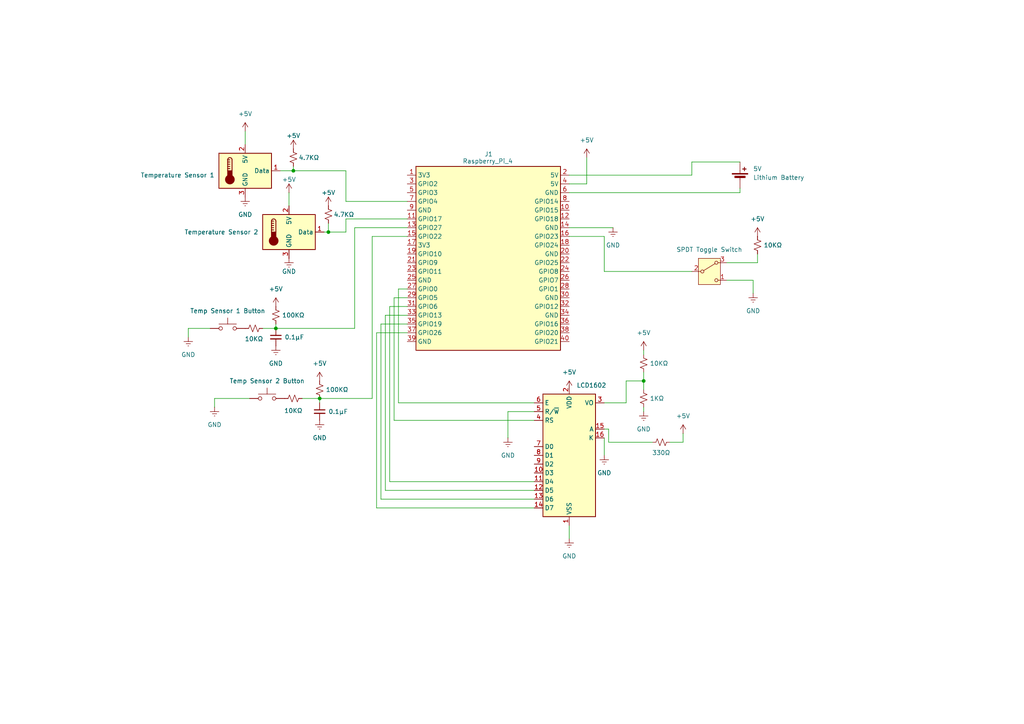
<source format=kicad_sch>
(kicad_sch
	(version 20250114)
	(generator "eeschema")
	(generator_version "9.0")
	(uuid "08b3c446-3f52-48d1-be4b-dc01e6d88d9d")
	(paper "A4")
	(lib_symbols
		(symbol "Connector:Raspberry_Pi_4"
			(exclude_from_sim no)
			(in_bom yes)
			(on_board yes)
			(property "Reference" "J1"
				(at -9.398 28.956 0)
				(effects
					(font
						(size 1.27 1.27)
					)
				)
			)
			(property "Value" "Raspberry_Pi_4"
				(at -9.652 26.924 0)
				(effects
					(font
						(size 1.27 1.27)
					)
				)
			)
			(property "Footprint" ""
				(at 70.104 -47.498 0)
				(effects
					(font
						(size 1.27 1.27)
					)
					(justify left)
					(hide yes)
				)
			)
			(property "Datasheet" "https://datasheets.raspberrypi.com/rpi4/raspberry-pi-4-datasheet.pdf"
				(at 15.748 -32.258 0)
				(effects
					(font
						(size 1.27 1.27)
					)
					(justify left)
					(hide yes)
				)
			)
			(property "Description" "Raspberry Pi 4 Model B"
				(at 15.748 -29.718 0)
				(effects
					(font
						(size 1.27 1.27)
					)
					(justify left)
					(hide yes)
				)
			)
			(property "ki_keywords" "SBC RPi"
				(at 0 0 0)
				(effects
					(font
						(size 1.27 1.27)
					)
					(hide yes)
				)
			)
			(property "ki_fp_filters" "PinHeader*2x20*P2.54mm*Vertical* PinSocket*2x20*P2.54mm*Vertical*"
				(at 0 0 0)
				(effects
					(font
						(size 1.27 1.27)
					)
					(hide yes)
				)
			)
			(symbol "Raspberry_Pi_4_0_1"
				(rectangle
					(start -30.48 25.4)
					(end 11.43 -27.94)
					(stroke
						(width 0.254)
						(type default)
					)
					(fill
						(type background)
					)
				)
			)
			(symbol "Raspberry_Pi_4_1_1"
				(pin bidirectional line
					(at -33.02 22.86 0)
					(length 2.54)
					(name "3V3"
						(effects
							(font
								(size 1.27 1.27)
							)
						)
					)
					(number "1"
						(effects
							(font
								(size 1.27 1.27)
							)
						)
					)
				)
				(pin bidirectional line
					(at -33.02 20.32 0)
					(length 2.54)
					(name "GPIO2"
						(effects
							(font
								(size 1.27 1.27)
							)
						)
					)
					(number "3"
						(effects
							(font
								(size 1.27 1.27)
							)
						)
					)
				)
				(pin bidirectional line
					(at -33.02 17.78 0)
					(length 2.54)
					(name "GPIO3"
						(effects
							(font
								(size 1.27 1.27)
							)
						)
					)
					(number "5"
						(effects
							(font
								(size 1.27 1.27)
							)
						)
					)
				)
				(pin bidirectional line
					(at -33.02 15.24 0)
					(length 2.54)
					(name "GPIO4"
						(effects
							(font
								(size 1.27 1.27)
							)
						)
					)
					(number "7"
						(effects
							(font
								(size 1.27 1.27)
							)
						)
					)
				)
				(pin bidirectional line
					(at -33.02 12.7 0)
					(length 2.54)
					(name "GND"
						(effects
							(font
								(size 1.27 1.27)
							)
						)
					)
					(number "9"
						(effects
							(font
								(size 1.27 1.27)
							)
						)
					)
				)
				(pin bidirectional line
					(at -33.02 10.16 0)
					(length 2.54)
					(name "GPIO17"
						(effects
							(font
								(size 1.27 1.27)
							)
						)
					)
					(number "11"
						(effects
							(font
								(size 1.27 1.27)
							)
						)
					)
				)
				(pin bidirectional line
					(at -33.02 7.62 0)
					(length 2.54)
					(name "GPIO27"
						(effects
							(font
								(size 1.27 1.27)
							)
						)
					)
					(number "13"
						(effects
							(font
								(size 1.27 1.27)
							)
						)
					)
				)
				(pin bidirectional line
					(at -33.02 5.08 0)
					(length 2.54)
					(name "GPIO22"
						(effects
							(font
								(size 1.27 1.27)
							)
						)
					)
					(number "15"
						(effects
							(font
								(size 1.27 1.27)
							)
						)
					)
				)
				(pin bidirectional line
					(at -33.02 2.54 0)
					(length 2.54)
					(name "3V3"
						(effects
							(font
								(size 1.27 1.27)
							)
						)
					)
					(number "17"
						(effects
							(font
								(size 1.27 1.27)
							)
						)
					)
				)
				(pin bidirectional line
					(at -33.02 0 0)
					(length 2.54)
					(name "GPIO10"
						(effects
							(font
								(size 1.27 1.27)
							)
						)
					)
					(number "19"
						(effects
							(font
								(size 1.27 1.27)
							)
						)
					)
				)
				(pin bidirectional line
					(at -33.02 -2.54 0)
					(length 2.54)
					(name "GPIO9"
						(effects
							(font
								(size 1.27 1.27)
							)
						)
					)
					(number "21"
						(effects
							(font
								(size 1.27 1.27)
							)
						)
					)
				)
				(pin bidirectional line
					(at -33.02 -5.08 0)
					(length 2.54)
					(name "GPIO11"
						(effects
							(font
								(size 1.27 1.27)
							)
						)
					)
					(number "23"
						(effects
							(font
								(size 1.27 1.27)
							)
						)
					)
				)
				(pin bidirectional line
					(at -33.02 -7.62 0)
					(length 2.54)
					(name "GND"
						(effects
							(font
								(size 1.27 1.27)
							)
						)
					)
					(number "25"
						(effects
							(font
								(size 1.27 1.27)
							)
						)
					)
				)
				(pin bidirectional line
					(at -33.02 -10.16 0)
					(length 2.54)
					(name "GPIO0"
						(effects
							(font
								(size 1.27 1.27)
							)
						)
					)
					(number "27"
						(effects
							(font
								(size 1.27 1.27)
							)
						)
					)
				)
				(pin bidirectional line
					(at -33.02 -12.7 0)
					(length 2.54)
					(name "GPIO5"
						(effects
							(font
								(size 1.27 1.27)
							)
						)
					)
					(number "29"
						(effects
							(font
								(size 1.27 1.27)
							)
						)
					)
				)
				(pin bidirectional line
					(at -33.02 -15.24 0)
					(length 2.54)
					(name "GPIO6"
						(effects
							(font
								(size 1.27 1.27)
							)
						)
					)
					(number "31"
						(effects
							(font
								(size 1.27 1.27)
							)
						)
					)
				)
				(pin bidirectional line
					(at -33.02 -17.78 0)
					(length 2.54)
					(name "GPIO13"
						(effects
							(font
								(size 1.27 1.27)
							)
						)
					)
					(number "33"
						(effects
							(font
								(size 1.27 1.27)
							)
						)
					)
				)
				(pin bidirectional line
					(at -33.02 -20.32 0)
					(length 2.54)
					(name "GPIO19"
						(effects
							(font
								(size 1.27 1.27)
							)
						)
					)
					(number "35"
						(effects
							(font
								(size 1.27 1.27)
							)
						)
					)
				)
				(pin bidirectional line
					(at -33.02 -22.86 0)
					(length 2.54)
					(name "GPIO26"
						(effects
							(font
								(size 1.27 1.27)
							)
						)
					)
					(number "37"
						(effects
							(font
								(size 1.27 1.27)
							)
						)
					)
				)
				(pin bidirectional line
					(at -33.02 -25.4 0)
					(length 2.54)
					(name "GND"
						(effects
							(font
								(size 1.27 1.27)
							)
						)
					)
					(number "39"
						(effects
							(font
								(size 1.27 1.27)
							)
						)
					)
				)
				(pin power_out line
					(at 13.97 22.86 180)
					(length 2.54)
					(name "5V"
						(effects
							(font
								(size 1.27 1.27)
							)
						)
					)
					(number "2"
						(effects
							(font
								(size 1.27 1.27)
							)
						)
					)
				)
				(pin passive line
					(at 13.97 22.86 180)
					(length 2.54)
					(hide yes)
					(name "5V"
						(effects
							(font
								(size 1.27 1.27)
							)
						)
					)
					(number "4"
						(effects
							(font
								(size 1.27 1.27)
							)
						)
					)
				)
				(pin passive line
					(at 13.97 20.32 180)
					(length 2.54)
					(hide yes)
					(name "3V3"
						(effects
							(font
								(size 1.27 1.27)
							)
						)
					)
					(number "17"
						(effects
							(font
								(size 1.27 1.27)
							)
						)
					)
				)
				(pin power_out line
					(at 13.97 20.32 180)
					(length 2.54)
					(name "5V"
						(effects
							(font
								(size 1.27 1.27)
							)
						)
					)
					(number "4"
						(effects
							(font
								(size 1.27 1.27)
							)
						)
					)
				)
				(pin bidirectional line
					(at 13.97 17.78 180)
					(length 2.54)
					(name "GND"
						(effects
							(font
								(size 1.27 1.27)
							)
						)
					)
					(number "6"
						(effects
							(font
								(size 1.27 1.27)
							)
						)
					)
				)
				(pin bidirectional line
					(at 13.97 15.24 180)
					(length 2.54)
					(name "GPIO14"
						(effects
							(font
								(size 1.27 1.27)
							)
						)
					)
					(number "8"
						(effects
							(font
								(size 1.27 1.27)
							)
						)
					)
				)
				(pin bidirectional line
					(at 13.97 12.7 180)
					(length 2.54)
					(name "GPIO15"
						(effects
							(font
								(size 1.27 1.27)
							)
						)
					)
					(number "10"
						(effects
							(font
								(size 1.27 1.27)
							)
						)
					)
				)
				(pin bidirectional line
					(at 13.97 10.16 180)
					(length 2.54)
					(name "GPIO18"
						(effects
							(font
								(size 1.27 1.27)
							)
						)
					)
					(number "12"
						(effects
							(font
								(size 1.27 1.27)
							)
						)
					)
				)
				(pin bidirectional line
					(at 13.97 7.62 180)
					(length 2.54)
					(name "GND"
						(effects
							(font
								(size 1.27 1.27)
							)
						)
					)
					(number "14"
						(effects
							(font
								(size 1.27 1.27)
							)
						)
					)
				)
				(pin bidirectional line
					(at 13.97 5.08 180)
					(length 2.54)
					(name "GPIO23"
						(effects
							(font
								(size 1.27 1.27)
							)
						)
					)
					(number "16"
						(effects
							(font
								(size 1.27 1.27)
							)
						)
					)
				)
				(pin bidirectional line
					(at 13.97 2.54 180)
					(length 2.54)
					(name "GPIO24"
						(effects
							(font
								(size 1.27 1.27)
							)
						)
					)
					(number "18"
						(effects
							(font
								(size 1.27 1.27)
							)
						)
					)
				)
				(pin bidirectional line
					(at 13.97 0 180)
					(length 2.54)
					(name "GND"
						(effects
							(font
								(size 1.27 1.27)
							)
						)
					)
					(number "20"
						(effects
							(font
								(size 1.27 1.27)
							)
						)
					)
				)
				(pin bidirectional line
					(at 13.97 -2.54 180)
					(length 2.54)
					(name "GPIO25"
						(effects
							(font
								(size 1.27 1.27)
							)
						)
					)
					(number "22"
						(effects
							(font
								(size 1.27 1.27)
							)
						)
					)
				)
				(pin bidirectional line
					(at 13.97 -5.08 180)
					(length 2.54)
					(name "GPIO8"
						(effects
							(font
								(size 1.27 1.27)
							)
						)
					)
					(number "24"
						(effects
							(font
								(size 1.27 1.27)
							)
						)
					)
				)
				(pin bidirectional line
					(at 13.97 -7.62 180)
					(length 2.54)
					(name "GPIO7"
						(effects
							(font
								(size 1.27 1.27)
							)
						)
					)
					(number "26"
						(effects
							(font
								(size 1.27 1.27)
							)
						)
					)
				)
				(pin bidirectional line
					(at 13.97 -10.16 180)
					(length 2.54)
					(name "GPIO1"
						(effects
							(font
								(size 1.27 1.27)
							)
						)
					)
					(number "28"
						(effects
							(font
								(size 1.27 1.27)
							)
						)
					)
				)
				(pin bidirectional line
					(at 13.97 -12.7 180)
					(length 2.54)
					(name "GND"
						(effects
							(font
								(size 1.27 1.27)
							)
						)
					)
					(number "30"
						(effects
							(font
								(size 1.27 1.27)
							)
						)
					)
				)
				(pin bidirectional line
					(at 13.97 -15.24 180)
					(length 2.54)
					(name "GPIO12"
						(effects
							(font
								(size 1.27 1.27)
							)
						)
					)
					(number "32"
						(effects
							(font
								(size 1.27 1.27)
							)
						)
					)
				)
				(pin bidirectional line
					(at 13.97 -17.78 180)
					(length 2.54)
					(name "GND"
						(effects
							(font
								(size 1.27 1.27)
							)
						)
					)
					(number "34"
						(effects
							(font
								(size 1.27 1.27)
							)
						)
					)
				)
				(pin bidirectional line
					(at 13.97 -20.32 180)
					(length 2.54)
					(name "GPIO16"
						(effects
							(font
								(size 1.27 1.27)
							)
						)
					)
					(number "36"
						(effects
							(font
								(size 1.27 1.27)
							)
						)
					)
				)
				(pin bidirectional line
					(at 13.97 -22.86 180)
					(length 2.54)
					(name "GPIO20"
						(effects
							(font
								(size 1.27 1.27)
							)
						)
					)
					(number "38"
						(effects
							(font
								(size 1.27 1.27)
							)
						)
					)
				)
				(pin bidirectional line
					(at 13.97 -25.4 180)
					(length 2.54)
					(name "GPIO21"
						(effects
							(font
								(size 1.27 1.27)
							)
						)
					)
					(number "40"
						(effects
							(font
								(size 1.27 1.27)
							)
						)
					)
				)
			)
			(embedded_fonts no)
		)
		(symbol "Device:Battery_Cell"
			(pin_numbers
				(hide yes)
			)
			(pin_names
				(offset 0)
				(hide yes)
			)
			(exclude_from_sim no)
			(in_bom yes)
			(on_board yes)
			(property "Reference" "BT"
				(at 2.54 2.54 0)
				(effects
					(font
						(size 1.27 1.27)
					)
					(justify left)
				)
			)
			(property "Value" "Battery_Cell"
				(at 2.54 0 0)
				(effects
					(font
						(size 1.27 1.27)
					)
					(justify left)
				)
			)
			(property "Footprint" ""
				(at 0 1.524 90)
				(effects
					(font
						(size 1.27 1.27)
					)
					(hide yes)
				)
			)
			(property "Datasheet" "~"
				(at 0 1.524 90)
				(effects
					(font
						(size 1.27 1.27)
					)
					(hide yes)
				)
			)
			(property "Description" "Single-cell battery"
				(at 0 0 0)
				(effects
					(font
						(size 1.27 1.27)
					)
					(hide yes)
				)
			)
			(property "ki_keywords" "battery cell"
				(at 0 0 0)
				(effects
					(font
						(size 1.27 1.27)
					)
					(hide yes)
				)
			)
			(symbol "Battery_Cell_0_1"
				(rectangle
					(start -2.286 1.778)
					(end 2.286 1.524)
					(stroke
						(width 0)
						(type default)
					)
					(fill
						(type outline)
					)
				)
				(rectangle
					(start -1.524 1.016)
					(end 1.524 0.508)
					(stroke
						(width 0)
						(type default)
					)
					(fill
						(type outline)
					)
				)
				(polyline
					(pts
						(xy 0 1.778) (xy 0 2.54)
					)
					(stroke
						(width 0)
						(type default)
					)
					(fill
						(type none)
					)
				)
				(polyline
					(pts
						(xy 0 0.762) (xy 0 0)
					)
					(stroke
						(width 0)
						(type default)
					)
					(fill
						(type none)
					)
				)
				(polyline
					(pts
						(xy 0.762 3.048) (xy 1.778 3.048)
					)
					(stroke
						(width 0.254)
						(type default)
					)
					(fill
						(type none)
					)
				)
				(polyline
					(pts
						(xy 1.27 3.556) (xy 1.27 2.54)
					)
					(stroke
						(width 0.254)
						(type default)
					)
					(fill
						(type none)
					)
				)
			)
			(symbol "Battery_Cell_1_1"
				(pin passive line
					(at 0 5.08 270)
					(length 2.54)
					(name "+"
						(effects
							(font
								(size 1.27 1.27)
							)
						)
					)
					(number "1"
						(effects
							(font
								(size 1.27 1.27)
							)
						)
					)
				)
				(pin passive line
					(at 0 -2.54 90)
					(length 2.54)
					(name "-"
						(effects
							(font
								(size 1.27 1.27)
							)
						)
					)
					(number "2"
						(effects
							(font
								(size 1.27 1.27)
							)
						)
					)
				)
			)
			(embedded_fonts no)
		)
		(symbol "Device:C_Small"
			(pin_numbers
				(hide yes)
			)
			(pin_names
				(offset 0.254)
				(hide yes)
			)
			(exclude_from_sim no)
			(in_bom yes)
			(on_board yes)
			(property "Reference" "C"
				(at 0.254 1.778 0)
				(effects
					(font
						(size 1.27 1.27)
					)
					(justify left)
				)
			)
			(property "Value" "C_Small"
				(at 0.254 -2.032 0)
				(effects
					(font
						(size 1.27 1.27)
					)
					(justify left)
				)
			)
			(property "Footprint" ""
				(at 0 0 0)
				(effects
					(font
						(size 1.27 1.27)
					)
					(hide yes)
				)
			)
			(property "Datasheet" "~"
				(at 0 0 0)
				(effects
					(font
						(size 1.27 1.27)
					)
					(hide yes)
				)
			)
			(property "Description" "Unpolarized capacitor, small symbol"
				(at 0 0 0)
				(effects
					(font
						(size 1.27 1.27)
					)
					(hide yes)
				)
			)
			(property "ki_keywords" "capacitor cap"
				(at 0 0 0)
				(effects
					(font
						(size 1.27 1.27)
					)
					(hide yes)
				)
			)
			(property "ki_fp_filters" "C_*"
				(at 0 0 0)
				(effects
					(font
						(size 1.27 1.27)
					)
					(hide yes)
				)
			)
			(symbol "C_Small_0_1"
				(polyline
					(pts
						(xy -1.524 0.508) (xy 1.524 0.508)
					)
					(stroke
						(width 0.3048)
						(type default)
					)
					(fill
						(type none)
					)
				)
				(polyline
					(pts
						(xy -1.524 -0.508) (xy 1.524 -0.508)
					)
					(stroke
						(width 0.3302)
						(type default)
					)
					(fill
						(type none)
					)
				)
			)
			(symbol "C_Small_1_1"
				(pin passive line
					(at 0 2.54 270)
					(length 2.032)
					(name "~"
						(effects
							(font
								(size 1.27 1.27)
							)
						)
					)
					(number "1"
						(effects
							(font
								(size 1.27 1.27)
							)
						)
					)
				)
				(pin passive line
					(at 0 -2.54 90)
					(length 2.032)
					(name "~"
						(effects
							(font
								(size 1.27 1.27)
							)
						)
					)
					(number "2"
						(effects
							(font
								(size 1.27 1.27)
							)
						)
					)
				)
			)
			(embedded_fonts no)
		)
		(symbol "Device:R_Small_US"
			(pin_numbers
				(hide yes)
			)
			(pin_names
				(offset 0.254)
				(hide yes)
			)
			(exclude_from_sim no)
			(in_bom yes)
			(on_board yes)
			(property "Reference" "R"
				(at 0.762 0.508 0)
				(effects
					(font
						(size 1.27 1.27)
					)
					(justify left)
				)
			)
			(property "Value" "R_Small_US"
				(at 0.762 -1.016 0)
				(effects
					(font
						(size 1.27 1.27)
					)
					(justify left)
				)
			)
			(property "Footprint" ""
				(at 0 0 0)
				(effects
					(font
						(size 1.27 1.27)
					)
					(hide yes)
				)
			)
			(property "Datasheet" "~"
				(at 0 0 0)
				(effects
					(font
						(size 1.27 1.27)
					)
					(hide yes)
				)
			)
			(property "Description" "Resistor, small US symbol"
				(at 0 0 0)
				(effects
					(font
						(size 1.27 1.27)
					)
					(hide yes)
				)
			)
			(property "ki_keywords" "r resistor"
				(at 0 0 0)
				(effects
					(font
						(size 1.27 1.27)
					)
					(hide yes)
				)
			)
			(property "ki_fp_filters" "R_*"
				(at 0 0 0)
				(effects
					(font
						(size 1.27 1.27)
					)
					(hide yes)
				)
			)
			(symbol "R_Small_US_1_1"
				(polyline
					(pts
						(xy 0 1.524) (xy 1.016 1.143) (xy 0 0.762) (xy -1.016 0.381) (xy 0 0)
					)
					(stroke
						(width 0)
						(type default)
					)
					(fill
						(type none)
					)
				)
				(polyline
					(pts
						(xy 0 0) (xy 1.016 -0.381) (xy 0 -0.762) (xy -1.016 -1.143) (xy 0 -1.524)
					)
					(stroke
						(width 0)
						(type default)
					)
					(fill
						(type none)
					)
				)
				(pin passive line
					(at 0 2.54 270)
					(length 1.016)
					(name "~"
						(effects
							(font
								(size 1.27 1.27)
							)
						)
					)
					(number "1"
						(effects
							(font
								(size 1.27 1.27)
							)
						)
					)
				)
				(pin passive line
					(at 0 -2.54 90)
					(length 1.016)
					(name "~"
						(effects
							(font
								(size 1.27 1.27)
							)
						)
					)
					(number "2"
						(effects
							(font
								(size 1.27 1.27)
							)
						)
					)
				)
			)
			(embedded_fonts no)
		)
		(symbol "Display_Character:LCD-016N002L"
			(exclude_from_sim no)
			(in_bom yes)
			(on_board yes)
			(property "Reference" "U3"
				(at 2.1433 22.86 0)
				(effects
					(font
						(size 1.27 1.27)
					)
					(justify left)
					(hide yes)
				)
			)
			(property "Value" "LCD1602"
				(at 2.1433 20.32 0)
				(effects
					(font
						(size 1.27 1.27)
					)
					(justify left)
				)
			)
			(property "Footprint" "Display:LCD-016N002L"
				(at 0.508 -23.368 0)
				(effects
					(font
						(size 1.27 1.27)
					)
					(hide yes)
				)
			)
			(property "Datasheet" "http://www.vishay.com/docs/37299/37299.pdf"
				(at 12.7 -7.62 0)
				(effects
					(font
						(size 1.27 1.27)
					)
					(hide yes)
				)
			)
			(property "Description" "LCD 12x2, 8 bit parallel bus, 3V or 5V VDD"
				(at 0 0 0)
				(effects
					(font
						(size 1.27 1.27)
					)
					(hide yes)
				)
			)
			(property "ki_keywords" "display LCD dot-matrix"
				(at 0 0 0)
				(effects
					(font
						(size 1.27 1.27)
					)
					(hide yes)
				)
			)
			(property "ki_fp_filters" "*LCD*016N002L*"
				(at 0 0 0)
				(effects
					(font
						(size 1.27 1.27)
					)
					(hide yes)
				)
			)
			(symbol "LCD-016N002L_1_1"
				(rectangle
					(start -7.62 17.78)
					(end 7.62 -17.78)
					(stroke
						(width 0.254)
						(type default)
					)
					(fill
						(type background)
					)
				)
				(pin input line
					(at -10.16 15.24 0)
					(length 2.54)
					(name "E"
						(effects
							(font
								(size 1.27 1.27)
							)
						)
					)
					(number "6"
						(effects
							(font
								(size 1.27 1.27)
							)
						)
					)
				)
				(pin input line
					(at -10.16 12.7 0)
					(length 2.54)
					(name "R/~{W}"
						(effects
							(font
								(size 1.27 1.27)
							)
						)
					)
					(number "5"
						(effects
							(font
								(size 1.27 1.27)
							)
						)
					)
				)
				(pin input line
					(at -10.16 10.16 0)
					(length 2.54)
					(name "RS"
						(effects
							(font
								(size 1.27 1.27)
							)
						)
					)
					(number "4"
						(effects
							(font
								(size 1.27 1.27)
							)
						)
					)
				)
				(pin bidirectional line
					(at -10.16 2.54 0)
					(length 2.54)
					(name "D0"
						(effects
							(font
								(size 1.27 1.27)
							)
						)
					)
					(number "7"
						(effects
							(font
								(size 1.27 1.27)
							)
						)
					)
				)
				(pin bidirectional line
					(at -10.16 0 0)
					(length 2.54)
					(name "D1"
						(effects
							(font
								(size 1.27 1.27)
							)
						)
					)
					(number "8"
						(effects
							(font
								(size 1.27 1.27)
							)
						)
					)
				)
				(pin bidirectional line
					(at -10.16 -2.54 0)
					(length 2.54)
					(name "D2"
						(effects
							(font
								(size 1.27 1.27)
							)
						)
					)
					(number "9"
						(effects
							(font
								(size 1.27 1.27)
							)
						)
					)
				)
				(pin bidirectional line
					(at -10.16 -5.08 0)
					(length 2.54)
					(name "D3"
						(effects
							(font
								(size 1.27 1.27)
							)
						)
					)
					(number "10"
						(effects
							(font
								(size 1.27 1.27)
							)
						)
					)
				)
				(pin bidirectional line
					(at -10.16 -7.62 0)
					(length 2.54)
					(name "D4"
						(effects
							(font
								(size 1.27 1.27)
							)
						)
					)
					(number "11"
						(effects
							(font
								(size 1.27 1.27)
							)
						)
					)
				)
				(pin bidirectional line
					(at -10.16 -10.16 0)
					(length 2.54)
					(name "D5"
						(effects
							(font
								(size 1.27 1.27)
							)
						)
					)
					(number "12"
						(effects
							(font
								(size 1.27 1.27)
							)
						)
					)
				)
				(pin bidirectional line
					(at -10.16 -12.7 0)
					(length 2.54)
					(name "D6"
						(effects
							(font
								(size 1.27 1.27)
							)
						)
					)
					(number "13"
						(effects
							(font
								(size 1.27 1.27)
							)
						)
					)
				)
				(pin bidirectional line
					(at -10.16 -15.24 0)
					(length 2.54)
					(name "D7"
						(effects
							(font
								(size 1.27 1.27)
							)
						)
					)
					(number "14"
						(effects
							(font
								(size 1.27 1.27)
							)
						)
					)
				)
				(pin power_in line
					(at 0 20.32 270)
					(length 2.54)
					(name "VDD"
						(effects
							(font
								(size 1.27 1.27)
							)
						)
					)
					(number "2"
						(effects
							(font
								(size 1.27 1.27)
							)
						)
					)
				)
				(pin power_in line
					(at 0 -20.32 90)
					(length 2.54)
					(name "VSS"
						(effects
							(font
								(size 1.27 1.27)
							)
						)
					)
					(number "1"
						(effects
							(font
								(size 1.27 1.27)
							)
						)
					)
				)
				(pin input line
					(at 10.16 15.24 180)
					(length 2.54)
					(name "VO"
						(effects
							(font
								(size 1.27 1.27)
							)
						)
					)
					(number "3"
						(effects
							(font
								(size 1.27 1.27)
							)
						)
					)
				)
				(pin power_in line
					(at 10.16 7.62 180)
					(length 2.54)
					(name "A"
						(effects
							(font
								(size 1.27 1.27)
							)
						)
					)
					(number "15"
						(effects
							(font
								(size 1.27 1.27)
							)
						)
					)
				)
				(pin power_in line
					(at 10.16 5.08 180)
					(length 2.54)
					(name "K"
						(effects
							(font
								(size 1.27 1.27)
							)
						)
					)
					(number "16"
						(effects
							(font
								(size 1.27 1.27)
							)
						)
					)
				)
			)
			(embedded_fonts no)
		)
		(symbol "LM35-D_1"
			(exclude_from_sim no)
			(in_bom yes)
			(on_board yes)
			(property "Reference" "U1"
				(at -8.89 1.2701 0)
				(effects
					(font
						(size 1.27 1.27)
					)
					(justify right)
					(hide yes)
				)
			)
			(property "Value" "Temperature Sensor 1"
				(at -8.89 -1.2699 0)
				(effects
					(font
						(size 1.27 1.27)
					)
					(justify right)
				)
			)
			(property "Footprint" "Package_SO:SOIC-8_3.9x4.9mm_P1.27mm"
				(at 0 -10.16 0)
				(effects
					(font
						(size 1.27 1.27)
					)
					(hide yes)
				)
			)
			(property "Datasheet" "http://www.ti.com/lit/ds/symlink/lm35.pdf"
				(at -0.254 -12.446 0)
				(effects
					(font
						(size 1.27 1.27)
					)
					(hide yes)
				)
			)
			(property "Description" "Precision centigrade temperature sensor, SOIC-8"
				(at 2.794 -16.002 0)
				(effects
					(font
						(size 1.27 1.27)
					)
					(hide yes)
				)
			)
			(property "ki_keywords" "temperature sensor thermistor"
				(at 0 0 0)
				(effects
					(font
						(size 1.27 1.27)
					)
					(hide yes)
				)
			)
			(property "ki_fp_filters" "SOIC*"
				(at 0 0 0)
				(effects
					(font
						(size 1.27 1.27)
					)
					(hide yes)
				)
			)
			(symbol "LM35-D_1_0_1"
				(rectangle
					(start -7.62 5.08)
					(end 7.62 -5.08)
					(stroke
						(width 0.254)
						(type default)
					)
					(fill
						(type background)
					)
				)
				(polyline
					(pts
						(xy -5.08 3.175) (xy -5.08 0)
					)
					(stroke
						(width 0.254)
						(type default)
					)
					(fill
						(type none)
					)
				)
				(polyline
					(pts
						(xy -5.08 3.175) (xy -4.445 3.175)
					)
					(stroke
						(width 0.254)
						(type default)
					)
					(fill
						(type none)
					)
				)
				(polyline
					(pts
						(xy -5.08 2.54) (xy -4.445 2.54)
					)
					(stroke
						(width 0.254)
						(type default)
					)
					(fill
						(type none)
					)
				)
				(polyline
					(pts
						(xy -5.08 1.905) (xy -4.445 1.905)
					)
					(stroke
						(width 0.254)
						(type default)
					)
					(fill
						(type none)
					)
				)
				(polyline
					(pts
						(xy -5.08 1.27) (xy -4.445 1.27)
					)
					(stroke
						(width 0.254)
						(type default)
					)
					(fill
						(type none)
					)
				)
				(polyline
					(pts
						(xy -5.08 0.635) (xy -4.445 0.635)
					)
					(stroke
						(width 0.254)
						(type default)
					)
					(fill
						(type none)
					)
				)
				(arc
					(start -5.08 3.175)
					(mid -4.445 3.8073)
					(end -3.81 3.175)
					(stroke
						(width 0.254)
						(type default)
					)
					(fill
						(type none)
					)
				)
				(circle
					(center -4.445 -2.54)
					(radius 1.27)
					(stroke
						(width 0.254)
						(type default)
					)
					(fill
						(type outline)
					)
				)
				(polyline
					(pts
						(xy -3.81 3.175) (xy -3.81 0)
					)
					(stroke
						(width 0.254)
						(type default)
					)
					(fill
						(type none)
					)
				)
				(rectangle
					(start -3.81 -1.905)
					(end -5.08 0)
					(stroke
						(width 0.254)
						(type default)
					)
					(fill
						(type outline)
					)
				)
			)
			(symbol "LM35-D_1_1_1"
				(pin no_connect line
					(at -2.54 5.08 270)
					(length 2.54)
					(hide yes)
					(name "NC"
						(effects
							(font
								(size 1.27 1.27)
							)
						)
					)
					(number "3"
						(effects
							(font
								(size 1.27 1.27)
							)
						)
					)
				)
				(pin no_connect line
					(at -2.54 -5.08 90)
					(length 2.54)
					(hide yes)
					(name "NC"
						(effects
							(font
								(size 1.27 1.27)
							)
						)
					)
					(number "2"
						(effects
							(font
								(size 1.27 1.27)
							)
						)
					)
				)
				(pin power_in line
					(at 0 7.62 270)
					(length 2.54)
					(name "5V"
						(effects
							(font
								(size 1.27 1.27)
							)
						)
					)
					(number "2"
						(effects
							(font
								(size 1.27 1.27)
							)
						)
					)
				)
				(pin power_in line
					(at 0 -7.62 90)
					(length 2.54)
					(name "GND"
						(effects
							(font
								(size 1.27 1.27)
							)
						)
					)
					(number "3"
						(effects
							(font
								(size 1.27 1.27)
							)
						)
					)
				)
				(pin no_connect line
					(at 2.54 -5.08 90)
					(length 2.54)
					(hide yes)
					(name "NC"
						(effects
							(font
								(size 1.27 1.27)
							)
						)
					)
					(number "5"
						(effects
							(font
								(size 1.27 1.27)
							)
						)
					)
				)
				(pin no_connect line
					(at 5.08 -5.08 90)
					(length 2.54)
					(hide yes)
					(name "NC"
						(effects
							(font
								(size 1.27 1.27)
							)
						)
					)
					(number "6"
						(effects
							(font
								(size 1.27 1.27)
							)
						)
					)
				)
				(pin no_connect line
					(at 7.62 2.54 180)
					(length 2.54)
					(hide yes)
					(name "NC"
						(effects
							(font
								(size 1.27 1.27)
							)
						)
					)
					(number "7"
						(effects
							(font
								(size 1.27 1.27)
							)
						)
					)
				)
				(pin output line
					(at 10.16 0 180)
					(length 2.54)
					(name "Data"
						(effects
							(font
								(size 1.27 1.27)
							)
						)
					)
					(number "1"
						(effects
							(font
								(size 1.27 1.27)
							)
						)
					)
				)
			)
			(embedded_fonts no)
		)
		(symbol "R_Small_US_1"
			(pin_numbers
				(hide yes)
			)
			(pin_names
				(offset 0.254)
				(hide yes)
			)
			(exclude_from_sim no)
			(in_bom yes)
			(on_board yes)
			(property "Reference" "R2"
				(at 1.2701 -2.54 90)
				(effects
					(font
						(size 1.27 1.27)
					)
					(justify right)
					(hide yes)
				)
			)
			(property "Value" "10K"
				(at 2.032 -2.54 0)
				(effects
					(font
						(size 1.27 1.27)
					)
					(justify right)
				)
			)
			(property "Footprint" ""
				(at 0 0 0)
				(effects
					(font
						(size 1.27 1.27)
					)
					(hide yes)
				)
			)
			(property "Datasheet" "~"
				(at 0 0 0)
				(effects
					(font
						(size 1.27 1.27)
					)
					(hide yes)
				)
			)
			(property "Description" "Resistor, small US symbol"
				(at 0 0 90)
				(effects
					(font
						(size 1.27 1.27)
					)
					(hide yes)
				)
			)
			(property "ki_keywords" "r resistor"
				(at 0 0 0)
				(effects
					(font
						(size 1.27 1.27)
					)
					(hide yes)
				)
			)
			(property "ki_fp_filters" "R_*"
				(at 0 0 0)
				(effects
					(font
						(size 1.27 1.27)
					)
					(hide yes)
				)
			)
			(symbol "R_Small_US_1_1_1"
				(polyline
					(pts
						(xy 0 0) (xy -0.381 -1.016) (xy -0.762 0) (xy -1.143 1.016) (xy -1.524 0)
					)
					(stroke
						(width 0)
						(type default)
					)
					(fill
						(type none)
					)
				)
				(polyline
					(pts
						(xy 1.524 0) (xy 1.143 -1.016) (xy 0.762 0) (xy 0.381 1.016) (xy 0 0)
					)
					(stroke
						(width 0)
						(type default)
					)
					(fill
						(type none)
					)
				)
				(pin passive line
					(at -2.54 0 0)
					(length 1.016)
					(name "~"
						(effects
							(font
								(size 1.27 1.27)
							)
						)
					)
					(number "2"
						(effects
							(font
								(size 1.27 1.27)
							)
						)
					)
				)
				(pin passive line
					(at 2.54 0 180)
					(length 1.016)
					(name "~"
						(effects
							(font
								(size 1.27 1.27)
							)
						)
					)
					(number "1"
						(effects
							(font
								(size 1.27 1.27)
							)
						)
					)
				)
			)
			(embedded_fonts no)
		)
		(symbol "Sensor_Temperature:LM35-D"
			(exclude_from_sim no)
			(in_bom yes)
			(on_board yes)
			(property "Reference" "U1"
				(at -8.89 1.2701 0)
				(effects
					(font
						(size 1.27 1.27)
					)
					(justify right)
					(hide yes)
				)
			)
			(property "Value" "Temperature Sensor 1"
				(at -8.89 -1.2699 0)
				(effects
					(font
						(size 1.27 1.27)
					)
					(justify right)
				)
			)
			(property "Footprint" "Package_SO:SOIC-8_3.9x4.9mm_P1.27mm"
				(at 0 -10.16 0)
				(effects
					(font
						(size 1.27 1.27)
					)
					(hide yes)
				)
			)
			(property "Datasheet" "http://www.ti.com/lit/ds/symlink/lm35.pdf"
				(at -0.254 -12.446 0)
				(effects
					(font
						(size 1.27 1.27)
					)
					(hide yes)
				)
			)
			(property "Description" "Precision centigrade temperature sensor, SOIC-8"
				(at 2.794 -16.002 0)
				(effects
					(font
						(size 1.27 1.27)
					)
					(hide yes)
				)
			)
			(property "ki_keywords" "temperature sensor thermistor"
				(at 0 0 0)
				(effects
					(font
						(size 1.27 1.27)
					)
					(hide yes)
				)
			)
			(property "ki_fp_filters" "SOIC*"
				(at 0 0 0)
				(effects
					(font
						(size 1.27 1.27)
					)
					(hide yes)
				)
			)
			(symbol "LM35-D_0_1"
				(rectangle
					(start -7.62 5.08)
					(end 7.62 -5.08)
					(stroke
						(width 0.254)
						(type default)
					)
					(fill
						(type background)
					)
				)
				(polyline
					(pts
						(xy -5.08 3.175) (xy -5.08 0)
					)
					(stroke
						(width 0.254)
						(type default)
					)
					(fill
						(type none)
					)
				)
				(polyline
					(pts
						(xy -5.08 3.175) (xy -4.445 3.175)
					)
					(stroke
						(width 0.254)
						(type default)
					)
					(fill
						(type none)
					)
				)
				(polyline
					(pts
						(xy -5.08 2.54) (xy -4.445 2.54)
					)
					(stroke
						(width 0.254)
						(type default)
					)
					(fill
						(type none)
					)
				)
				(polyline
					(pts
						(xy -5.08 1.905) (xy -4.445 1.905)
					)
					(stroke
						(width 0.254)
						(type default)
					)
					(fill
						(type none)
					)
				)
				(polyline
					(pts
						(xy -5.08 1.27) (xy -4.445 1.27)
					)
					(stroke
						(width 0.254)
						(type default)
					)
					(fill
						(type none)
					)
				)
				(polyline
					(pts
						(xy -5.08 0.635) (xy -4.445 0.635)
					)
					(stroke
						(width 0.254)
						(type default)
					)
					(fill
						(type none)
					)
				)
				(arc
					(start -5.08 3.175)
					(mid -4.445 3.8073)
					(end -3.81 3.175)
					(stroke
						(width 0.254)
						(type default)
					)
					(fill
						(type none)
					)
				)
				(circle
					(center -4.445 -2.54)
					(radius 1.27)
					(stroke
						(width 0.254)
						(type default)
					)
					(fill
						(type outline)
					)
				)
				(polyline
					(pts
						(xy -3.81 3.175) (xy -3.81 0)
					)
					(stroke
						(width 0.254)
						(type default)
					)
					(fill
						(type none)
					)
				)
				(rectangle
					(start -3.81 -1.905)
					(end -5.08 0)
					(stroke
						(width 0.254)
						(type default)
					)
					(fill
						(type outline)
					)
				)
			)
			(symbol "LM35-D_1_1"
				(pin no_connect line
					(at -2.54 5.08 270)
					(length 2.54)
					(hide yes)
					(name "NC"
						(effects
							(font
								(size 1.27 1.27)
							)
						)
					)
					(number "3"
						(effects
							(font
								(size 1.27 1.27)
							)
						)
					)
				)
				(pin no_connect line
					(at -2.54 -5.08 90)
					(length 2.54)
					(hide yes)
					(name "NC"
						(effects
							(font
								(size 1.27 1.27)
							)
						)
					)
					(number "2"
						(effects
							(font
								(size 1.27 1.27)
							)
						)
					)
				)
				(pin power_in line
					(at 0 7.62 270)
					(length 2.54)
					(name "5V"
						(effects
							(font
								(size 1.27 1.27)
							)
						)
					)
					(number "2"
						(effects
							(font
								(size 1.27 1.27)
							)
						)
					)
				)
				(pin power_in line
					(at 0 -7.62 90)
					(length 2.54)
					(name "GND"
						(effects
							(font
								(size 1.27 1.27)
							)
						)
					)
					(number "3"
						(effects
							(font
								(size 1.27 1.27)
							)
						)
					)
				)
				(pin no_connect line
					(at 2.54 -5.08 90)
					(length 2.54)
					(hide yes)
					(name "NC"
						(effects
							(font
								(size 1.27 1.27)
							)
						)
					)
					(number "5"
						(effects
							(font
								(size 1.27 1.27)
							)
						)
					)
				)
				(pin no_connect line
					(at 5.08 -5.08 90)
					(length 2.54)
					(hide yes)
					(name "NC"
						(effects
							(font
								(size 1.27 1.27)
							)
						)
					)
					(number "6"
						(effects
							(font
								(size 1.27 1.27)
							)
						)
					)
				)
				(pin no_connect line
					(at 7.62 2.54 180)
					(length 2.54)
					(hide yes)
					(name "NC"
						(effects
							(font
								(size 1.27 1.27)
							)
						)
					)
					(number "7"
						(effects
							(font
								(size 1.27 1.27)
							)
						)
					)
				)
				(pin output line
					(at 10.16 0 180)
					(length 2.54)
					(name "Data"
						(effects
							(font
								(size 1.27 1.27)
							)
						)
					)
					(number "1"
						(effects
							(font
								(size 1.27 1.27)
							)
						)
					)
				)
			)
			(embedded_fonts no)
		)
		(symbol "Switch:SW_Nidec_CAS-120A1"
			(pin_names
				(offset 1)
				(hide yes)
			)
			(exclude_from_sim no)
			(in_bom yes)
			(on_board yes)
			(property "Reference" "SW1"
				(at 7.874 10.922 0)
				(effects
					(font
						(size 1.27 1.27)
					)
					(hide yes)
				)
			)
			(property "Value" "SPDT Toggle Switch"
				(at 0 6.35 0)
				(effects
					(font
						(size 1.27 1.27)
					)
				)
			)
			(property "Footprint" "Button_Switch_SMD:Nidec_Copal_CAS-120A"
				(at 0 -10.16 0)
				(effects
					(font
						(size 1.27 1.27)
					)
					(hide yes)
				)
			)
			(property "Datasheet" "https://www.nidec-components.com/e/catalog/switch/cas.pdf"
				(at 0 -7.62 0)
				(effects
					(font
						(size 1.27 1.27)
					)
					(hide yes)
				)
			)
			(property "Description" "Switch, single pole double throw"
				(at 0 0 0)
				(effects
					(font
						(size 1.27 1.27)
					)
					(hide yes)
				)
			)
			(property "ki_keywords" "switch single-pole double-throw spdt ON-ON"
				(at 0 0 0)
				(effects
					(font
						(size 1.27 1.27)
					)
					(hide yes)
				)
			)
			(property "ki_fp_filters" "*Nidec?Copal?CAS?120A*"
				(at 0 0 0)
				(effects
					(font
						(size 1.27 1.27)
					)
					(hide yes)
				)
			)
			(symbol "SW_Nidec_CAS-120A1_0_1"
				(circle
					(center -2.032 0)
					(radius 0.4572)
					(stroke
						(width 0)
						(type default)
					)
					(fill
						(type none)
					)
				)
				(polyline
					(pts
						(xy -1.651 0.254) (xy 1.651 2.286)
					)
					(stroke
						(width 0)
						(type default)
					)
					(fill
						(type none)
					)
				)
				(circle
					(center 2.032 2.54)
					(radius 0.4572)
					(stroke
						(width 0)
						(type default)
					)
					(fill
						(type none)
					)
				)
				(circle
					(center 2.032 -2.54)
					(radius 0.4572)
					(stroke
						(width 0)
						(type default)
					)
					(fill
						(type none)
					)
				)
			)
			(symbol "SW_Nidec_CAS-120A1_1_1"
				(rectangle
					(start -3.175 3.81)
					(end 3.175 -3.81)
					(stroke
						(width 0)
						(type default)
					)
					(fill
						(type background)
					)
				)
				(pin passive line
					(at -5.08 0 0)
					(length 2.54)
					(name "B"
						(effects
							(font
								(size 1.27 1.27)
							)
						)
					)
					(number "2"
						(effects
							(font
								(size 1.27 1.27)
							)
						)
					)
				)
				(pin passive line
					(at 5.08 2.54 180)
					(length 2.54)
					(name "A"
						(effects
							(font
								(size 1.27 1.27)
							)
						)
					)
					(number "3"
						(effects
							(font
								(size 1.27 1.27)
							)
						)
					)
				)
				(pin passive line
					(at 5.08 -2.54 180)
					(length 2.54)
					(name "C"
						(effects
							(font
								(size 1.27 1.27)
							)
						)
					)
					(number "1"
						(effects
							(font
								(size 1.27 1.27)
							)
						)
					)
				)
			)
			(embedded_fonts no)
		)
		(symbol "Switch:SW_Push"
			(pin_numbers
				(hide yes)
			)
			(pin_names
				(offset 1.016)
				(hide yes)
			)
			(exclude_from_sim no)
			(in_bom yes)
			(on_board yes)
			(property "Reference" "SW"
				(at 1.27 2.54 0)
				(effects
					(font
						(size 1.27 1.27)
					)
					(justify left)
				)
			)
			(property "Value" "SW_Push"
				(at 0 -1.524 0)
				(effects
					(font
						(size 1.27 1.27)
					)
				)
			)
			(property "Footprint" ""
				(at 0 5.08 0)
				(effects
					(font
						(size 1.27 1.27)
					)
					(hide yes)
				)
			)
			(property "Datasheet" "~"
				(at 0 5.08 0)
				(effects
					(font
						(size 1.27 1.27)
					)
					(hide yes)
				)
			)
			(property "Description" "Push button switch, generic, two pins"
				(at 0 0 0)
				(effects
					(font
						(size 1.27 1.27)
					)
					(hide yes)
				)
			)
			(property "ki_keywords" "switch normally-open pushbutton push-button"
				(at 0 0 0)
				(effects
					(font
						(size 1.27 1.27)
					)
					(hide yes)
				)
			)
			(symbol "SW_Push_0_1"
				(circle
					(center -2.032 0)
					(radius 0.508)
					(stroke
						(width 0)
						(type default)
					)
					(fill
						(type none)
					)
				)
				(polyline
					(pts
						(xy 0 1.27) (xy 0 3.048)
					)
					(stroke
						(width 0)
						(type default)
					)
					(fill
						(type none)
					)
				)
				(circle
					(center 2.032 0)
					(radius 0.508)
					(stroke
						(width 0)
						(type default)
					)
					(fill
						(type none)
					)
				)
				(polyline
					(pts
						(xy 2.54 1.27) (xy -2.54 1.27)
					)
					(stroke
						(width 0)
						(type default)
					)
					(fill
						(type none)
					)
				)
				(pin passive line
					(at -5.08 0 0)
					(length 2.54)
					(name "1"
						(effects
							(font
								(size 1.27 1.27)
							)
						)
					)
					(number "1"
						(effects
							(font
								(size 1.27 1.27)
							)
						)
					)
				)
				(pin passive line
					(at 5.08 0 180)
					(length 2.54)
					(name "2"
						(effects
							(font
								(size 1.27 1.27)
							)
						)
					)
					(number "2"
						(effects
							(font
								(size 1.27 1.27)
							)
						)
					)
				)
			)
			(embedded_fonts no)
		)
		(symbol "power:+5V"
			(power)
			(pin_numbers
				(hide yes)
			)
			(pin_names
				(offset 0)
				(hide yes)
			)
			(exclude_from_sim no)
			(in_bom yes)
			(on_board yes)
			(property "Reference" "#PWR"
				(at 0 -3.81 0)
				(effects
					(font
						(size 1.27 1.27)
					)
					(hide yes)
				)
			)
			(property "Value" "+5V"
				(at 0 3.556 0)
				(effects
					(font
						(size 1.27 1.27)
					)
				)
			)
			(property "Footprint" ""
				(at 0 0 0)
				(effects
					(font
						(size 1.27 1.27)
					)
					(hide yes)
				)
			)
			(property "Datasheet" ""
				(at 0 0 0)
				(effects
					(font
						(size 1.27 1.27)
					)
					(hide yes)
				)
			)
			(property "Description" "Power symbol creates a global label with name \"+5V\""
				(at 0 0 0)
				(effects
					(font
						(size 1.27 1.27)
					)
					(hide yes)
				)
			)
			(property "ki_keywords" "global power"
				(at 0 0 0)
				(effects
					(font
						(size 1.27 1.27)
					)
					(hide yes)
				)
			)
			(symbol "+5V_0_1"
				(polyline
					(pts
						(xy -0.762 1.27) (xy 0 2.54)
					)
					(stroke
						(width 0)
						(type default)
					)
					(fill
						(type none)
					)
				)
				(polyline
					(pts
						(xy 0 2.54) (xy 0.762 1.27)
					)
					(stroke
						(width 0)
						(type default)
					)
					(fill
						(type none)
					)
				)
				(polyline
					(pts
						(xy 0 0) (xy 0 2.54)
					)
					(stroke
						(width 0)
						(type default)
					)
					(fill
						(type none)
					)
				)
			)
			(symbol "+5V_1_1"
				(pin power_in line
					(at 0 0 90)
					(length 0)
					(name "~"
						(effects
							(font
								(size 1.27 1.27)
							)
						)
					)
					(number "1"
						(effects
							(font
								(size 1.27 1.27)
							)
						)
					)
				)
			)
			(embedded_fonts no)
		)
		(symbol "power:Earth"
			(power)
			(pin_numbers
				(hide yes)
			)
			(pin_names
				(offset 0)
				(hide yes)
			)
			(exclude_from_sim no)
			(in_bom yes)
			(on_board yes)
			(property "Reference" "#PWR"
				(at 0 -6.35 0)
				(effects
					(font
						(size 1.27 1.27)
					)
					(hide yes)
				)
			)
			(property "Value" "Earth"
				(at 0 -3.81 0)
				(effects
					(font
						(size 1.27 1.27)
					)
				)
			)
			(property "Footprint" ""
				(at 0 0 0)
				(effects
					(font
						(size 1.27 1.27)
					)
					(hide yes)
				)
			)
			(property "Datasheet" "~"
				(at 0 0 0)
				(effects
					(font
						(size 1.27 1.27)
					)
					(hide yes)
				)
			)
			(property "Description" "Power symbol creates a global label with name \"Earth\""
				(at 0 0 0)
				(effects
					(font
						(size 1.27 1.27)
					)
					(hide yes)
				)
			)
			(property "ki_keywords" "global ground gnd"
				(at 0 0 0)
				(effects
					(font
						(size 1.27 1.27)
					)
					(hide yes)
				)
			)
			(symbol "Earth_0_1"
				(polyline
					(pts
						(xy -0.635 -1.905) (xy 0.635 -1.905)
					)
					(stroke
						(width 0)
						(type default)
					)
					(fill
						(type none)
					)
				)
				(polyline
					(pts
						(xy -0.127 -2.54) (xy 0.127 -2.54)
					)
					(stroke
						(width 0)
						(type default)
					)
					(fill
						(type none)
					)
				)
				(polyline
					(pts
						(xy 0 -1.27) (xy 0 0)
					)
					(stroke
						(width 0)
						(type default)
					)
					(fill
						(type none)
					)
				)
				(polyline
					(pts
						(xy 1.27 -1.27) (xy -1.27 -1.27)
					)
					(stroke
						(width 0)
						(type default)
					)
					(fill
						(type none)
					)
				)
			)
			(symbol "Earth_1_1"
				(pin power_in line
					(at 0 0 270)
					(length 0)
					(name "~"
						(effects
							(font
								(size 1.27 1.27)
							)
						)
					)
					(number "1"
						(effects
							(font
								(size 1.27 1.27)
							)
						)
					)
				)
			)
			(embedded_fonts no)
		)
	)
	(junction
		(at 95.25 67.31)
		(diameter 0)
		(color 0 0 0 0)
		(uuid "48fb3b6b-eb3d-43c3-ab10-0089ec72cc85")
	)
	(junction
		(at 85.09 49.53)
		(diameter 0)
		(color 0 0 0 0)
		(uuid "668b8530-0d39-4bb6-a608-67af01259571")
	)
	(junction
		(at 186.69 110.49)
		(diameter 0)
		(color 0 0 0 0)
		(uuid "71664ffd-3bfc-4dae-94cb-29feb3bc0ceb")
	)
	(junction
		(at 80.01 95.25)
		(diameter 0)
		(color 0 0 0 0)
		(uuid "db47ab9c-eb95-427a-95d3-e1d82ae6b1fb")
	)
	(junction
		(at 92.71 115.57)
		(diameter 0)
		(color 0 0 0 0)
		(uuid "ec1bb50c-462e-4002-bd21-eab5e175a634")
	)
	(wire
		(pts
			(xy 165.1 55.88) (xy 214.63 55.88)
		)
		(stroke
			(width 0)
			(type default)
		)
		(uuid "03e84023-ff4a-4f9f-b459-641c45b16aa5")
	)
	(wire
		(pts
			(xy 87.63 115.57) (xy 92.71 115.57)
		)
		(stroke
			(width 0)
			(type default)
		)
		(uuid "051149f6-42f6-43d3-81ca-939846e759c5")
	)
	(wire
		(pts
			(xy 85.09 49.53) (xy 100.33 49.53)
		)
		(stroke
			(width 0)
			(type default)
		)
		(uuid "07d9297e-5ca8-4d91-9330-9f2fe3a2cb03")
	)
	(wire
		(pts
			(xy 113.03 88.9) (xy 113.03 139.7)
		)
		(stroke
			(width 0)
			(type default)
		)
		(uuid "08fb13ff-3cb9-4a74-94d7-bc8b05f42dfe")
	)
	(wire
		(pts
			(xy 210.82 76.2) (xy 219.71 76.2)
		)
		(stroke
			(width 0)
			(type default)
		)
		(uuid "0a7c60c3-eb3c-48d6-934a-fdaaa30b90e0")
	)
	(wire
		(pts
			(xy 175.26 116.84) (xy 181.61 116.84)
		)
		(stroke
			(width 0)
			(type default)
		)
		(uuid "0ab33120-9c0a-49a5-a06f-e8019844cc7f")
	)
	(wire
		(pts
			(xy 165.1 68.58) (xy 175.26 68.58)
		)
		(stroke
			(width 0)
			(type default)
		)
		(uuid "0c83c982-3c5c-43d4-9c76-c0904e686a23")
	)
	(wire
		(pts
			(xy 186.69 118.11) (xy 186.69 119.38)
		)
		(stroke
			(width 0)
			(type default)
		)
		(uuid "0dc3c44e-3633-480d-92c8-a6a4e4dd7017")
	)
	(wire
		(pts
			(xy 175.26 68.58) (xy 175.26 78.74)
		)
		(stroke
			(width 0)
			(type default)
		)
		(uuid "149e514a-4879-4979-8ea0-3acc4a0f592d")
	)
	(wire
		(pts
			(xy 115.57 116.84) (xy 154.94 116.84)
		)
		(stroke
			(width 0)
			(type default)
		)
		(uuid "16303549-6a25-40ca-b04b-deae7a1d8714")
	)
	(wire
		(pts
			(xy 118.11 93.98) (xy 110.49 93.98)
		)
		(stroke
			(width 0)
			(type default)
		)
		(uuid "1c027675-72c2-472e-beb6-8d360ff14505")
	)
	(wire
		(pts
			(xy 111.76 142.24) (xy 111.76 91.44)
		)
		(stroke
			(width 0)
			(type default)
		)
		(uuid "1ca4772d-d0aa-45b8-9824-77652bd14d49")
	)
	(wire
		(pts
			(xy 115.57 83.82) (xy 115.57 116.84)
		)
		(stroke
			(width 0)
			(type default)
		)
		(uuid "21dae34e-4ba2-4fb3-bc3f-442170135ce6")
	)
	(wire
		(pts
			(xy 118.11 83.82) (xy 115.57 83.82)
		)
		(stroke
			(width 0)
			(type default)
		)
		(uuid "2c4e4dff-538a-4a52-8229-69272974127b")
	)
	(wire
		(pts
			(xy 165.1 50.8) (xy 200.66 50.8)
		)
		(stroke
			(width 0)
			(type default)
		)
		(uuid "2cb4a1c4-966e-461d-a29f-fde865e71a00")
	)
	(wire
		(pts
			(xy 147.32 119.38) (xy 147.32 127)
		)
		(stroke
			(width 0)
			(type default)
		)
		(uuid "30b6c7ba-fe26-46d3-9d31-cf80f37c65d2")
	)
	(wire
		(pts
			(xy 100.33 58.42) (xy 118.11 58.42)
		)
		(stroke
			(width 0)
			(type default)
		)
		(uuid "38ddb596-a8d1-4b17-9612-ffb3265c9325")
	)
	(wire
		(pts
			(xy 176.53 124.46) (xy 176.53 128.27)
		)
		(stroke
			(width 0)
			(type default)
		)
		(uuid "399cb8dc-b2c3-43b1-8355-4dd468cccab9")
	)
	(wire
		(pts
			(xy 107.95 68.58) (xy 107.95 115.57)
		)
		(stroke
			(width 0)
			(type default)
		)
		(uuid "3ccaabda-f8ec-4aeb-a442-438c6dc0eb71")
	)
	(wire
		(pts
			(xy 186.69 102.87) (xy 186.69 101.6)
		)
		(stroke
			(width 0)
			(type default)
		)
		(uuid "41ab48fe-b9c4-4e82-95db-edbd986fcf2e")
	)
	(wire
		(pts
			(xy 154.94 121.92) (xy 114.3 121.92)
		)
		(stroke
			(width 0)
			(type default)
		)
		(uuid "52aff4c2-2593-4c04-90d2-cc11c16d71f2")
	)
	(wire
		(pts
			(xy 218.44 81.28) (xy 218.44 85.09)
		)
		(stroke
			(width 0)
			(type default)
		)
		(uuid "566312a0-f65e-4ddb-acd6-b5e18d49aadb")
	)
	(wire
		(pts
			(xy 109.22 147.32) (xy 109.22 96.52)
		)
		(stroke
			(width 0)
			(type default)
		)
		(uuid "5ea88832-a219-4c91-82ba-1847bd9866d1")
	)
	(wire
		(pts
			(xy 214.63 54.61) (xy 214.63 55.88)
		)
		(stroke
			(width 0)
			(type default)
		)
		(uuid "60f0feb2-498b-4d4e-8dd6-7a18634d863b")
	)
	(wire
		(pts
			(xy 80.01 95.25) (xy 80.01 93.98)
		)
		(stroke
			(width 0)
			(type default)
		)
		(uuid "62971790-9f2c-4ea8-9492-e140c821ac49")
	)
	(wire
		(pts
			(xy 114.3 86.36) (xy 118.11 86.36)
		)
		(stroke
			(width 0)
			(type default)
		)
		(uuid "62fff7e0-6ea2-49d2-bad0-01b4b22fc5b6")
	)
	(wire
		(pts
			(xy 95.25 64.77) (xy 95.25 67.31)
		)
		(stroke
			(width 0)
			(type default)
		)
		(uuid "66c9cecb-0143-4ed1-b017-d44f705bd42d")
	)
	(wire
		(pts
			(xy 186.69 107.95) (xy 186.69 110.49)
		)
		(stroke
			(width 0)
			(type default)
		)
		(uuid "6aa50c90-1c37-4aa5-9282-c95c0f7e7db0")
	)
	(wire
		(pts
			(xy 154.94 142.24) (xy 111.76 142.24)
		)
		(stroke
			(width 0)
			(type default)
		)
		(uuid "6b5adbbe-f8bd-4d20-b1fa-55c9a754f0a2")
	)
	(wire
		(pts
			(xy 176.53 128.27) (xy 189.23 128.27)
		)
		(stroke
			(width 0)
			(type default)
		)
		(uuid "6ba39470-bf96-41ed-a4b2-e432311629cf")
	)
	(wire
		(pts
			(xy 110.49 144.78) (xy 154.94 144.78)
		)
		(stroke
			(width 0)
			(type default)
		)
		(uuid "73e79cee-12db-4ccd-9cc4-fc7230441e85")
	)
	(wire
		(pts
			(xy 102.87 95.25) (xy 80.01 95.25)
		)
		(stroke
			(width 0)
			(type default)
		)
		(uuid "75a53420-cdc6-4534-915c-65af9eab71aa")
	)
	(wire
		(pts
			(xy 110.49 93.98) (xy 110.49 144.78)
		)
		(stroke
			(width 0)
			(type default)
		)
		(uuid "76ab9045-5900-4b54-b48d-67dafcc3134b")
	)
	(wire
		(pts
			(xy 93.98 67.31) (xy 95.25 67.31)
		)
		(stroke
			(width 0)
			(type default)
		)
		(uuid "773f9929-86be-4bf3-826d-3ab044b1c975")
	)
	(wire
		(pts
			(xy 72.39 115.57) (xy 62.23 115.57)
		)
		(stroke
			(width 0)
			(type default)
		)
		(uuid "819e9722-64fd-4580-96bc-3595225b86c6")
	)
	(wire
		(pts
			(xy 181.61 110.49) (xy 186.69 110.49)
		)
		(stroke
			(width 0)
			(type default)
		)
		(uuid "827fdace-c231-49ce-ad3f-acc3cfd67366")
	)
	(wire
		(pts
			(xy 111.76 91.44) (xy 118.11 91.44)
		)
		(stroke
			(width 0)
			(type default)
		)
		(uuid "83b6e326-e5bc-4432-87b2-fb805fac0496")
	)
	(wire
		(pts
			(xy 76.2 95.25) (xy 80.01 95.25)
		)
		(stroke
			(width 0)
			(type default)
		)
		(uuid "899ebf4c-1e08-471f-8982-c639c6ecd50c")
	)
	(wire
		(pts
			(xy 219.71 76.2) (xy 219.71 73.66)
		)
		(stroke
			(width 0)
			(type default)
		)
		(uuid "8e02739e-08c0-47bf-978d-02ff03cdf6e6")
	)
	(wire
		(pts
			(xy 165.1 66.04) (xy 177.8 66.04)
		)
		(stroke
			(width 0)
			(type default)
		)
		(uuid "90d7184e-9944-4526-b392-0d90949bebe3")
	)
	(wire
		(pts
			(xy 186.69 110.49) (xy 186.69 113.03)
		)
		(stroke
			(width 0)
			(type default)
		)
		(uuid "92945daa-e84e-4ca5-83c1-6758f4864572")
	)
	(wire
		(pts
			(xy 83.82 55.88) (xy 83.82 59.69)
		)
		(stroke
			(width 0)
			(type default)
		)
		(uuid "94f610de-1bb8-4349-8f09-33f71fb579e7")
	)
	(wire
		(pts
			(xy 54.61 95.25) (xy 54.61 97.79)
		)
		(stroke
			(width 0)
			(type default)
		)
		(uuid "975e7b11-3e23-4fda-88d9-502b7064f9e6")
	)
	(wire
		(pts
			(xy 170.18 53.34) (xy 165.1 53.34)
		)
		(stroke
			(width 0)
			(type default)
		)
		(uuid "97ff5cff-7741-47cd-bce9-96600adc3968")
	)
	(wire
		(pts
			(xy 107.95 115.57) (xy 92.71 115.57)
		)
		(stroke
			(width 0)
			(type default)
		)
		(uuid "a285e741-2e87-4c33-a7ea-965dbd8644a3")
	)
	(wire
		(pts
			(xy 200.66 46.99) (xy 214.63 46.99)
		)
		(stroke
			(width 0)
			(type default)
		)
		(uuid "aa472484-e874-45d3-a70e-79892a92cd98")
	)
	(wire
		(pts
			(xy 92.71 115.57) (xy 92.71 116.84)
		)
		(stroke
			(width 0)
			(type default)
		)
		(uuid "abd6a215-24bf-4164-8469-4efe39aa6595")
	)
	(wire
		(pts
			(xy 198.12 128.27) (xy 194.31 128.27)
		)
		(stroke
			(width 0)
			(type default)
		)
		(uuid "acfb7464-aaf2-47d4-b126-5ca92e84af0b")
	)
	(wire
		(pts
			(xy 175.26 127) (xy 175.26 132.08)
		)
		(stroke
			(width 0)
			(type default)
		)
		(uuid "b6b6c960-cec7-4693-86e7-7256b4d2b9a6")
	)
	(wire
		(pts
			(xy 71.12 38.1) (xy 71.12 41.91)
		)
		(stroke
			(width 0)
			(type default)
		)
		(uuid "bbf2c592-a9bf-4db4-ab0b-b44bf135de42")
	)
	(wire
		(pts
			(xy 118.11 68.58) (xy 107.95 68.58)
		)
		(stroke
			(width 0)
			(type default)
		)
		(uuid "bdf64a47-e2da-42fa-8d90-d1ac953f0c72")
	)
	(wire
		(pts
			(xy 165.1 111.76) (xy 165.1 113.03)
		)
		(stroke
			(width 0)
			(type default)
		)
		(uuid "c106364a-efc6-4d0e-b9fc-11d604926f7e")
	)
	(wire
		(pts
			(xy 210.82 81.28) (xy 218.44 81.28)
		)
		(stroke
			(width 0)
			(type default)
		)
		(uuid "c34980ab-1038-45df-a58a-d902122f26ee")
	)
	(wire
		(pts
			(xy 60.96 95.25) (xy 54.61 95.25)
		)
		(stroke
			(width 0)
			(type default)
		)
		(uuid "c7823c1e-6336-4f0d-817f-044d1519c0fa")
	)
	(wire
		(pts
			(xy 181.61 116.84) (xy 181.61 110.49)
		)
		(stroke
			(width 0)
			(type default)
		)
		(uuid "cd435e02-3411-47f0-aa8b-7247ea46b21b")
	)
	(wire
		(pts
			(xy 102.87 66.04) (xy 102.87 95.25)
		)
		(stroke
			(width 0)
			(type default)
		)
		(uuid "d786a035-5a6b-4721-a20e-dc676b398738")
	)
	(wire
		(pts
			(xy 175.26 78.74) (xy 200.66 78.74)
		)
		(stroke
			(width 0)
			(type default)
		)
		(uuid "d9db2b15-8221-4999-bbc6-b7920d2aa1cb")
	)
	(wire
		(pts
			(xy 95.25 67.31) (xy 100.33 67.31)
		)
		(stroke
			(width 0)
			(type default)
		)
		(uuid "da6935f6-e78a-429f-938b-6ec212d3fbdf")
	)
	(wire
		(pts
			(xy 175.26 124.46) (xy 176.53 124.46)
		)
		(stroke
			(width 0)
			(type default)
		)
		(uuid "db3943f2-99e4-4bb3-91da-5e9edcf51893")
	)
	(wire
		(pts
			(xy 154.94 147.32) (xy 109.22 147.32)
		)
		(stroke
			(width 0)
			(type default)
		)
		(uuid "de38d26f-0bae-476a-af1e-ed6989fddea0")
	)
	(wire
		(pts
			(xy 114.3 121.92) (xy 114.3 86.36)
		)
		(stroke
			(width 0)
			(type default)
		)
		(uuid "e1494fbc-11c0-454d-9cac-40b2f2feabcb")
	)
	(wire
		(pts
			(xy 165.1 152.4) (xy 165.1 156.21)
		)
		(stroke
			(width 0)
			(type default)
		)
		(uuid "e19094cc-4e94-494f-981c-5f93ce3554c7")
	)
	(wire
		(pts
			(xy 113.03 139.7) (xy 154.94 139.7)
		)
		(stroke
			(width 0)
			(type default)
		)
		(uuid "e33892b9-65e2-4fe9-b2ea-44ea8bbdc9d0")
	)
	(wire
		(pts
			(xy 147.32 119.38) (xy 154.94 119.38)
		)
		(stroke
			(width 0)
			(type default)
		)
		(uuid "ea3a4e49-8c8b-4680-9ba9-0c1999f5feaf")
	)
	(wire
		(pts
			(xy 118.11 66.04) (xy 102.87 66.04)
		)
		(stroke
			(width 0)
			(type default)
		)
		(uuid "eab9e77c-517f-4ab8-bf85-97374e0c4ec1")
	)
	(wire
		(pts
			(xy 170.18 45.72) (xy 170.18 53.34)
		)
		(stroke
			(width 0)
			(type default)
		)
		(uuid "ed145349-b03a-4d4d-a0d9-242d3c7fd825")
	)
	(wire
		(pts
			(xy 118.11 63.5) (xy 100.33 63.5)
		)
		(stroke
			(width 0)
			(type default)
		)
		(uuid "ee293b73-197e-4c5c-af7d-3cd2944b64b9")
	)
	(wire
		(pts
			(xy 198.12 125.73) (xy 198.12 128.27)
		)
		(stroke
			(width 0)
			(type default)
		)
		(uuid "ee973e38-1d7c-488a-94ad-9868e21054a0")
	)
	(wire
		(pts
			(xy 85.09 48.26) (xy 85.09 49.53)
		)
		(stroke
			(width 0)
			(type default)
		)
		(uuid "f3b0b63e-ebc5-4857-833a-f192f23fecf9")
	)
	(wire
		(pts
			(xy 100.33 49.53) (xy 100.33 58.42)
		)
		(stroke
			(width 0)
			(type default)
		)
		(uuid "f4b32580-3a16-471a-9c70-b34e685a9108")
	)
	(wire
		(pts
			(xy 109.22 96.52) (xy 118.11 96.52)
		)
		(stroke
			(width 0)
			(type default)
		)
		(uuid "f791c870-d76b-436d-ab6c-eae76bb08543")
	)
	(wire
		(pts
			(xy 81.28 49.53) (xy 85.09 49.53)
		)
		(stroke
			(width 0)
			(type default)
		)
		(uuid "f8b267b3-b37c-4c59-b512-f310378e14be")
	)
	(wire
		(pts
			(xy 100.33 63.5) (xy 100.33 67.31)
		)
		(stroke
			(width 0)
			(type default)
		)
		(uuid "fc4fc64b-7848-4f44-8d11-e795c9877811")
	)
	(wire
		(pts
			(xy 200.66 46.99) (xy 200.66 50.8)
		)
		(stroke
			(width 0)
			(type default)
		)
		(uuid "fcfceff6-b89e-45fd-b3ee-0c77ac34f615")
	)
	(wire
		(pts
			(xy 62.23 115.57) (xy 62.23 118.11)
		)
		(stroke
			(width 0)
			(type default)
		)
		(uuid "ff578b55-d72b-4c46-a9a0-9ec8ac00761c")
	)
	(wire
		(pts
			(xy 118.11 88.9) (xy 113.03 88.9)
		)
		(stroke
			(width 0)
			(type default)
		)
		(uuid "ff9f7005-9d2e-482b-b902-a4e42bcd64ff")
	)
	(symbol
		(lib_id "power:Earth")
		(at 92.71 121.92 0)
		(unit 1)
		(exclude_from_sim no)
		(in_bom yes)
		(on_board yes)
		(dnp no)
		(fields_autoplaced yes)
		(uuid "0dddd61f-d9d3-442f-bdd1-651624e6e559")
		(property "Reference" "#PWR013"
			(at 92.71 128.27 0)
			(effects
				(font
					(size 1.27 1.27)
				)
				(hide yes)
			)
		)
		(property "Value" "GND"
			(at 92.71 127 0)
			(effects
				(font
					(size 1.27 1.27)
				)
			)
		)
		(property "Footprint" ""
			(at 92.71 121.92 0)
			(effects
				(font
					(size 1.27 1.27)
				)
				(hide yes)
			)
		)
		(property "Datasheet" "~"
			(at 92.71 121.92 0)
			(effects
				(font
					(size 1.27 1.27)
				)
				(hide yes)
			)
		)
		(property "Description" "Power symbol creates a global label with name \"Earth\""
			(at 92.71 121.92 0)
			(effects
				(font
					(size 1.27 1.27)
				)
				(hide yes)
			)
		)
		(pin "1"
			(uuid "cc525416-75f6-49b6-8551-fc7f2a1727e8")
		)
		(instances
			(project "Senior_Design_Lab1_Team3"
				(path "/08b3c446-3f52-48d1-be4b-dc01e6d88d9d"
					(reference "#PWR013")
					(unit 1)
				)
			)
		)
	)
	(symbol
		(lib_id "Switch:SW_Push")
		(at 77.47 115.57 0)
		(unit 1)
		(exclude_from_sim no)
		(in_bom yes)
		(on_board yes)
		(dnp no)
		(fields_autoplaced yes)
		(uuid "0f202103-aa0b-418f-bd5d-32e7d5f2e547")
		(property "Reference" "Temp_Sensor_2"
			(at 77.47 107.95 0)
			(effects
				(font
					(size 1.27 1.27)
				)
				(hide yes)
			)
		)
		(property "Value" "Temp Sensor 2 Button"
			(at 77.47 110.49 0)
			(effects
				(font
					(size 1.27 1.27)
				)
			)
		)
		(property "Footprint" ""
			(at 77.47 110.49 0)
			(effects
				(font
					(size 1.27 1.27)
				)
				(hide yes)
			)
		)
		(property "Datasheet" "~"
			(at 77.47 110.49 0)
			(effects
				(font
					(size 1.27 1.27)
				)
				(hide yes)
			)
		)
		(property "Description" "Push button switch, generic, two pins"
			(at 77.47 115.57 0)
			(effects
				(font
					(size 1.27 1.27)
				)
				(hide yes)
			)
		)
		(pin "2"
			(uuid "6f665505-a250-4a1c-847c-c07b511fbad6")
		)
		(pin "1"
			(uuid "c844ef58-9328-49cb-bf12-ae1bf9bba69c")
		)
		(instances
			(project "Senior_Design_Lab1_Team3"
				(path "/08b3c446-3f52-48d1-be4b-dc01e6d88d9d"
					(reference "Temp_Sensor_2")
					(unit 1)
				)
			)
		)
	)
	(symbol
		(lib_id "power:+5V")
		(at 186.69 101.6 0)
		(unit 1)
		(exclude_from_sim no)
		(in_bom yes)
		(on_board yes)
		(dnp no)
		(fields_autoplaced yes)
		(uuid "121064da-19d8-48bd-84d9-d3c828de8daa")
		(property "Reference" "#PWR017"
			(at 186.69 105.41 0)
			(effects
				(font
					(size 1.27 1.27)
				)
				(hide yes)
			)
		)
		(property "Value" "+5V"
			(at 186.69 96.52 0)
			(effects
				(font
					(size 1.27 1.27)
				)
			)
		)
		(property "Footprint" ""
			(at 186.69 101.6 0)
			(effects
				(font
					(size 1.27 1.27)
				)
				(hide yes)
			)
		)
		(property "Datasheet" ""
			(at 186.69 101.6 0)
			(effects
				(font
					(size 1.27 1.27)
				)
				(hide yes)
			)
		)
		(property "Description" "Power symbol creates a global label with name \"+5V\""
			(at 186.69 101.6 0)
			(effects
				(font
					(size 1.27 1.27)
				)
				(hide yes)
			)
		)
		(pin "1"
			(uuid "3c53df3a-897b-4c09-80b3-abbf5e8cad1e")
		)
		(instances
			(project "Senior_Design_Lab1_Team3"
				(path "/08b3c446-3f52-48d1-be4b-dc01e6d88d9d"
					(reference "#PWR017")
					(unit 1)
				)
			)
		)
	)
	(symbol
		(lib_id "Device:C_Small")
		(at 80.01 97.79 0)
		(unit 1)
		(exclude_from_sim no)
		(in_bom yes)
		(on_board yes)
		(dnp no)
		(fields_autoplaced yes)
		(uuid "29a696e2-d8df-4796-9741-5a49cd2b5101")
		(property "Reference" "C1"
			(at 82.55 96.5262 0)
			(effects
				(font
					(size 1.27 1.27)
				)
				(justify left)
				(hide yes)
			)
		)
		(property "Value" "0.1µF"
			(at 82.55 97.7962 0)
			(effects
				(font
					(size 1.27 1.27)
				)
				(justify left)
			)
		)
		(property "Footprint" ""
			(at 80.01 97.79 0)
			(effects
				(font
					(size 1.27 1.27)
				)
				(hide yes)
			)
		)
		(property "Datasheet" "~"
			(at 80.01 97.79 0)
			(effects
				(font
					(size 1.27 1.27)
				)
				(hide yes)
			)
		)
		(property "Description" "Unpolarized capacitor, small symbol"
			(at 80.01 97.79 0)
			(effects
				(font
					(size 1.27 1.27)
				)
				(hide yes)
			)
		)
		(pin "1"
			(uuid "ea9dc9a6-ed28-4fcf-aa84-0dd0ec6e04a7")
		)
		(pin "2"
			(uuid "c9dcdbda-8024-431a-af9b-577386463c06")
		)
		(instances
			(project ""
				(path "/08b3c446-3f52-48d1-be4b-dc01e6d88d9d"
					(reference "C1")
					(unit 1)
				)
			)
		)
	)
	(symbol
		(lib_id "Device:C_Small")
		(at 92.71 119.38 0)
		(unit 1)
		(exclude_from_sim no)
		(in_bom yes)
		(on_board yes)
		(dnp no)
		(fields_autoplaced yes)
		(uuid "3403b423-ad5f-40fb-a5cd-71ecf7ee10cb")
		(property "Reference" "C2"
			(at 95.25 118.1162 0)
			(effects
				(font
					(size 1.27 1.27)
				)
				(justify left)
				(hide yes)
			)
		)
		(property "Value" "0.1µF"
			(at 95.25 119.3862 0)
			(effects
				(font
					(size 1.27 1.27)
				)
				(justify left)
			)
		)
		(property "Footprint" ""
			(at 92.71 119.38 0)
			(effects
				(font
					(size 1.27 1.27)
				)
				(hide yes)
			)
		)
		(property "Datasheet" "~"
			(at 92.71 119.38 0)
			(effects
				(font
					(size 1.27 1.27)
				)
				(hide yes)
			)
		)
		(property "Description" "Unpolarized capacitor, small symbol"
			(at 92.71 119.38 0)
			(effects
				(font
					(size 1.27 1.27)
				)
				(hide yes)
			)
		)
		(pin "1"
			(uuid "db03437b-7340-485a-b480-a2b325ef1dad")
		)
		(pin "2"
			(uuid "2b911e53-5bbb-455c-bcbb-fafe796c120e")
		)
		(instances
			(project "Senior_Design_Lab1_Team3"
				(path "/08b3c446-3f52-48d1-be4b-dc01e6d88d9d"
					(reference "C2")
					(unit 1)
				)
			)
		)
	)
	(symbol
		(lib_name "R_Small_US_1")
		(lib_id "Device:R_Small_US")
		(at 85.09 115.57 0)
		(unit 1)
		(exclude_from_sim no)
		(in_bom yes)
		(on_board yes)
		(dnp no)
		(uuid "3ddaffaf-df10-4141-8223-2003664ff8b0")
		(property "Reference" "R4"
			(at 86.3601 118.11 90)
			(effects
				(font
					(size 1.27 1.27)
				)
				(justify right)
				(hide yes)
			)
		)
		(property "Value" "10KΩ"
			(at 85.09 119.126 0)
			(effects
				(font
					(size 1.27 1.27)
				)
			)
		)
		(property "Footprint" ""
			(at 85.09 115.57 0)
			(effects
				(font
					(size 1.27 1.27)
				)
				(hide yes)
			)
		)
		(property "Datasheet" "~"
			(at 85.09 115.57 0)
			(effects
				(font
					(size 1.27 1.27)
				)
				(hide yes)
			)
		)
		(property "Description" "Resistor, small US symbol"
			(at 85.09 115.57 90)
			(effects
				(font
					(size 1.27 1.27)
				)
				(hide yes)
			)
		)
		(pin "2"
			(uuid "4e33aceb-a0ef-48c7-87eb-231d08230693")
		)
		(pin "1"
			(uuid "60af92d8-9a26-4fb1-96ac-e72e5ff236c9")
		)
		(instances
			(project "Senior_Design_Lab1_Team3"
				(path "/08b3c446-3f52-48d1-be4b-dc01e6d88d9d"
					(reference "R4")
					(unit 1)
				)
			)
		)
	)
	(symbol
		(lib_id "Device:R_Small_US")
		(at 80.01 91.44 0)
		(unit 1)
		(exclude_from_sim no)
		(in_bom yes)
		(on_board yes)
		(dnp no)
		(uuid "3f79a9f5-a704-45fd-bf3a-56bc8961dc8b")
		(property "Reference" "R3"
			(at 82.55 90.1699 0)
			(effects
				(font
					(size 1.27 1.27)
				)
				(justify left)
				(hide yes)
			)
		)
		(property "Value" "100KΩ"
			(at 81.788 91.44 0)
			(effects
				(font
					(size 1.27 1.27)
				)
				(justify left)
			)
		)
		(property "Footprint" ""
			(at 80.01 91.44 0)
			(effects
				(font
					(size 1.27 1.27)
				)
				(hide yes)
			)
		)
		(property "Datasheet" "~"
			(at 80.01 91.44 0)
			(effects
				(font
					(size 1.27 1.27)
				)
				(hide yes)
			)
		)
		(property "Description" "Resistor, small US symbol"
			(at 80.01 91.44 0)
			(effects
				(font
					(size 1.27 1.27)
				)
				(hide yes)
			)
		)
		(pin "2"
			(uuid "995d000f-96cf-40fa-ba23-8a485d87ba06")
		)
		(pin "1"
			(uuid "070fdd00-2817-405b-88bc-de0b99fd6997")
		)
		(instances
			(project "Senior_Design_Lab1_Team3"
				(path "/08b3c446-3f52-48d1-be4b-dc01e6d88d9d"
					(reference "R3")
					(unit 1)
				)
			)
		)
	)
	(symbol
		(lib_id "power:Earth")
		(at 80.01 100.33 0)
		(unit 1)
		(exclude_from_sim no)
		(in_bom yes)
		(on_board yes)
		(dnp no)
		(fields_autoplaced yes)
		(uuid "43fc6c8a-268d-4c5e-94ed-436cf377e7e5")
		(property "Reference" "#PWR010"
			(at 80.01 106.68 0)
			(effects
				(font
					(size 1.27 1.27)
				)
				(hide yes)
			)
		)
		(property "Value" "GND"
			(at 80.01 105.41 0)
			(effects
				(font
					(size 1.27 1.27)
				)
			)
		)
		(property "Footprint" ""
			(at 80.01 100.33 0)
			(effects
				(font
					(size 1.27 1.27)
				)
				(hide yes)
			)
		)
		(property "Datasheet" "~"
			(at 80.01 100.33 0)
			(effects
				(font
					(size 1.27 1.27)
				)
				(hide yes)
			)
		)
		(property "Description" "Power symbol creates a global label with name \"Earth\""
			(at 80.01 100.33 0)
			(effects
				(font
					(size 1.27 1.27)
				)
				(hide yes)
			)
		)
		(pin "1"
			(uuid "25e047d4-a1e7-464f-ad12-1a787550d9b5")
		)
		(instances
			(project "Senior_Design_Lab1_Team3"
				(path "/08b3c446-3f52-48d1-be4b-dc01e6d88d9d"
					(reference "#PWR010")
					(unit 1)
				)
			)
		)
	)
	(symbol
		(lib_name "LM35-D_1")
		(lib_id "Sensor_Temperature:LM35-D")
		(at 83.82 67.31 0)
		(unit 1)
		(exclude_from_sim no)
		(in_bom yes)
		(on_board yes)
		(dnp no)
		(fields_autoplaced yes)
		(uuid "45dac920-423f-41f7-9e97-36d20cb3512c")
		(property "Reference" "U2"
			(at 74.93 66.0399 0)
			(effects
				(font
					(size 1.27 1.27)
				)
				(justify right)
				(hide yes)
			)
		)
		(property "Value" "Temperature Sensor 2"
			(at 74.93 67.3099 0)
			(effects
				(font
					(size 1.27 1.27)
				)
				(justify right)
			)
		)
		(property "Footprint" "Package_SO:SOIC-8_3.9x4.9mm_P1.27mm"
			(at 83.82 77.47 0)
			(effects
				(font
					(size 1.27 1.27)
				)
				(hide yes)
			)
		)
		(property "Datasheet" "http://www.ti.com/lit/ds/symlink/lm35.pdf"
			(at 83.566 79.756 0)
			(effects
				(font
					(size 1.27 1.27)
				)
				(hide yes)
			)
		)
		(property "Description" "Precision centigrade temperature sensor, SOIC-8"
			(at 86.614 83.312 0)
			(effects
				(font
					(size 1.27 1.27)
				)
				(hide yes)
			)
		)
		(pin "2"
			(uuid "410ea9cb-71e7-4b35-91cd-841a7d34c494")
		)
		(pin "5"
			(uuid "abbb8ec7-83d5-4072-aa60-fa5163c3d63b")
		)
		(pin "2"
			(uuid "a0abf1cd-f79b-42c9-bba8-b091b7359ed4")
		)
		(pin "3"
			(uuid "3a2af7c0-fc8e-40b4-b2f9-732083ce1194")
		)
		(pin "1"
			(uuid "6bbdfb89-94cc-4f56-83b5-e6dd12aa4c89")
		)
		(pin "3"
			(uuid "e4dfd41f-4c3f-4ba7-a18d-cb025691976a")
		)
		(pin "6"
			(uuid "00ec726b-6603-4fc1-9d12-09221f52ea34")
		)
		(pin "7"
			(uuid "6eb5b3d1-bd1e-4835-b260-b802c1d08f6d")
		)
		(instances
			(project "Senior_Design_Lab1_Team3"
				(path "/08b3c446-3f52-48d1-be4b-dc01e6d88d9d"
					(reference "U2")
					(unit 1)
				)
			)
		)
	)
	(symbol
		(lib_id "power:Earth")
		(at 62.23 118.11 0)
		(unit 1)
		(exclude_from_sim no)
		(in_bom yes)
		(on_board yes)
		(dnp no)
		(fields_autoplaced yes)
		(uuid "49ab78dd-1775-41a6-b9c3-2e6aa530f92b")
		(property "Reference" "#PWR011"
			(at 62.23 124.46 0)
			(effects
				(font
					(size 1.27 1.27)
				)
				(hide yes)
			)
		)
		(property "Value" "GND"
			(at 62.23 123.19 0)
			(effects
				(font
					(size 1.27 1.27)
				)
			)
		)
		(property "Footprint" ""
			(at 62.23 118.11 0)
			(effects
				(font
					(size 1.27 1.27)
				)
				(hide yes)
			)
		)
		(property "Datasheet" "~"
			(at 62.23 118.11 0)
			(effects
				(font
					(size 1.27 1.27)
				)
				(hide yes)
			)
		)
		(property "Description" "Power symbol creates a global label with name \"Earth\""
			(at 62.23 118.11 0)
			(effects
				(font
					(size 1.27 1.27)
				)
				(hide yes)
			)
		)
		(pin "1"
			(uuid "77136491-748b-4cbd-9314-4520b427d179")
		)
		(instances
			(project "Senior_Design_Lab1_Team3"
				(path "/08b3c446-3f52-48d1-be4b-dc01e6d88d9d"
					(reference "#PWR011")
					(unit 1)
				)
			)
		)
	)
	(symbol
		(lib_id "power:+5V")
		(at 219.71 68.58 0)
		(unit 1)
		(exclude_from_sim no)
		(in_bom yes)
		(on_board yes)
		(dnp no)
		(fields_autoplaced yes)
		(uuid "49c8385a-0fb5-432a-88bd-9a3bf46fc522")
		(property "Reference" "#PWR022"
			(at 219.71 72.39 0)
			(effects
				(font
					(size 1.27 1.27)
				)
				(hide yes)
			)
		)
		(property "Value" "+5V"
			(at 219.71 63.5 0)
			(effects
				(font
					(size 1.27 1.27)
				)
			)
		)
		(property "Footprint" ""
			(at 219.71 68.58 0)
			(effects
				(font
					(size 1.27 1.27)
				)
				(hide yes)
			)
		)
		(property "Datasheet" ""
			(at 219.71 68.58 0)
			(effects
				(font
					(size 1.27 1.27)
				)
				(hide yes)
			)
		)
		(property "Description" "Power symbol creates a global label with name \"+5V\""
			(at 219.71 68.58 0)
			(effects
				(font
					(size 1.27 1.27)
				)
				(hide yes)
			)
		)
		(pin "1"
			(uuid "9754919f-8b96-4ba5-bde7-3da6d02df6c7")
		)
		(instances
			(project "Senior_Design_Lab1_Team3"
				(path "/08b3c446-3f52-48d1-be4b-dc01e6d88d9d"
					(reference "#PWR022")
					(unit 1)
				)
			)
		)
	)
	(symbol
		(lib_name "R_Small_US_1")
		(lib_id "Device:R_Small_US")
		(at 73.66 95.25 0)
		(unit 1)
		(exclude_from_sim no)
		(in_bom yes)
		(on_board yes)
		(dnp no)
		(uuid "4fa69583-9d73-47d0-b539-d00c9c7d3b03")
		(property "Reference" "R2"
			(at 74.9301 97.79 90)
			(effects
				(font
					(size 1.27 1.27)
				)
				(justify right)
				(hide yes)
			)
		)
		(property "Value" "10KΩ"
			(at 73.66 98.298 0)
			(effects
				(font
					(size 1.27 1.27)
				)
			)
		)
		(property "Footprint" ""
			(at 73.66 95.25 0)
			(effects
				(font
					(size 1.27 1.27)
				)
				(hide yes)
			)
		)
		(property "Datasheet" "~"
			(at 73.66 95.25 0)
			(effects
				(font
					(size 1.27 1.27)
				)
				(hide yes)
			)
		)
		(property "Description" "Resistor, small US symbol"
			(at 73.66 95.25 90)
			(effects
				(font
					(size 1.27 1.27)
				)
				(hide yes)
			)
		)
		(pin "2"
			(uuid "93f5b9b0-2b00-485f-9136-2eb2e445ea7f")
		)
		(pin "1"
			(uuid "5fffa41d-dbe6-4379-977a-c2d1983450b7")
		)
		(instances
			(project "Senior_Design_Lab1_Team3"
				(path "/08b3c446-3f52-48d1-be4b-dc01e6d88d9d"
					(reference "R2")
					(unit 1)
				)
			)
		)
	)
	(symbol
		(lib_id "power:+5V")
		(at 85.09 43.18 0)
		(unit 1)
		(exclude_from_sim no)
		(in_bom yes)
		(on_board yes)
		(dnp no)
		(uuid "5085e5c9-a3fd-44bb-b45e-50c511581d83")
		(property "Reference" "#PWR024"
			(at 85.09 46.99 0)
			(effects
				(font
					(size 1.27 1.27)
				)
				(hide yes)
			)
		)
		(property "Value" "+5V"
			(at 85.09 39.37 0)
			(effects
				(font
					(size 1.27 1.27)
				)
			)
		)
		(property "Footprint" ""
			(at 85.09 43.18 0)
			(effects
				(font
					(size 1.27 1.27)
				)
				(hide yes)
			)
		)
		(property "Datasheet" ""
			(at 85.09 43.18 0)
			(effects
				(font
					(size 1.27 1.27)
				)
				(hide yes)
			)
		)
		(property "Description" "Power symbol creates a global label with name \"+5V\""
			(at 85.09 43.18 0)
			(effects
				(font
					(size 1.27 1.27)
				)
				(hide yes)
			)
		)
		(pin "1"
			(uuid "4a37a778-fa23-4f59-9004-749a98ceebcb")
		)
		(instances
			(project "Senior_Design_Lab1_Team3"
				(path "/08b3c446-3f52-48d1-be4b-dc01e6d88d9d"
					(reference "#PWR024")
					(unit 1)
				)
			)
		)
	)
	(symbol
		(lib_name "R_Small_US_1")
		(lib_id "Device:R_Small_US")
		(at 191.77 128.27 0)
		(unit 1)
		(exclude_from_sim no)
		(in_bom yes)
		(on_board yes)
		(dnp no)
		(uuid "50fd27ff-b24e-465b-9aaf-fcf9912f3405")
		(property "Reference" "R7"
			(at 193.0401 130.81 90)
			(effects
				(font
					(size 1.27 1.27)
				)
				(justify right)
				(hide yes)
			)
		)
		(property "Value" "330Ω"
			(at 191.77 131.318 0)
			(effects
				(font
					(size 1.27 1.27)
				)
			)
		)
		(property "Footprint" ""
			(at 191.77 128.27 0)
			(effects
				(font
					(size 1.27 1.27)
				)
				(hide yes)
			)
		)
		(property "Datasheet" "~"
			(at 191.77 128.27 0)
			(effects
				(font
					(size 1.27 1.27)
				)
				(hide yes)
			)
		)
		(property "Description" "Resistor, small US symbol"
			(at 191.77 128.27 90)
			(effects
				(font
					(size 1.27 1.27)
				)
				(hide yes)
			)
		)
		(pin "2"
			(uuid "7e77886c-c7b5-41db-b06b-d6a1c6502b32")
		)
		(pin "1"
			(uuid "99fb24a0-f235-477f-9766-530710a454d2")
		)
		(instances
			(project "Senior_Design_Lab1_Team3"
				(path "/08b3c446-3f52-48d1-be4b-dc01e6d88d9d"
					(reference "R7")
					(unit 1)
				)
			)
		)
	)
	(symbol
		(lib_id "power:Earth")
		(at 54.61 97.79 0)
		(unit 1)
		(exclude_from_sim no)
		(in_bom yes)
		(on_board yes)
		(dnp no)
		(fields_autoplaced yes)
		(uuid "526dc1f2-3ef8-41b6-add7-6aa61e069b71")
		(property "Reference" "#PWR08"
			(at 54.61 104.14 0)
			(effects
				(font
					(size 1.27 1.27)
				)
				(hide yes)
			)
		)
		(property "Value" "GND"
			(at 54.61 102.87 0)
			(effects
				(font
					(size 1.27 1.27)
				)
			)
		)
		(property "Footprint" ""
			(at 54.61 97.79 0)
			(effects
				(font
					(size 1.27 1.27)
				)
				(hide yes)
			)
		)
		(property "Datasheet" "~"
			(at 54.61 97.79 0)
			(effects
				(font
					(size 1.27 1.27)
				)
				(hide yes)
			)
		)
		(property "Description" "Power symbol creates a global label with name \"Earth\""
			(at 54.61 97.79 0)
			(effects
				(font
					(size 1.27 1.27)
				)
				(hide yes)
			)
		)
		(pin "1"
			(uuid "367a836d-7818-4803-879b-006d2136eb96")
		)
		(instances
			(project "Senior_Design_Lab1_Team3"
				(path "/08b3c446-3f52-48d1-be4b-dc01e6d88d9d"
					(reference "#PWR08")
					(unit 1)
				)
			)
		)
	)
	(symbol
		(lib_id "power:+5V")
		(at 71.12 38.1 0)
		(unit 1)
		(exclude_from_sim no)
		(in_bom yes)
		(on_board yes)
		(dnp no)
		(fields_autoplaced yes)
		(uuid "569a3a92-37b1-4e8d-9fae-b0f1a938a692")
		(property "Reference" "#PWR04"
			(at 71.12 41.91 0)
			(effects
				(font
					(size 1.27 1.27)
				)
				(hide yes)
			)
		)
		(property "Value" "+5V"
			(at 71.12 33.02 0)
			(effects
				(font
					(size 1.27 1.27)
				)
			)
		)
		(property "Footprint" ""
			(at 71.12 38.1 0)
			(effects
				(font
					(size 1.27 1.27)
				)
				(hide yes)
			)
		)
		(property "Datasheet" ""
			(at 71.12 38.1 0)
			(effects
				(font
					(size 1.27 1.27)
				)
				(hide yes)
			)
		)
		(property "Description" "Power symbol creates a global label with name \"+5V\""
			(at 71.12 38.1 0)
			(effects
				(font
					(size 1.27 1.27)
				)
				(hide yes)
			)
		)
		(pin "1"
			(uuid "7afa9da8-691f-464a-82f9-a19af4c6eede")
		)
		(instances
			(project "Senior_Design_Lab1_Team3"
				(path "/08b3c446-3f52-48d1-be4b-dc01e6d88d9d"
					(reference "#PWR04")
					(unit 1)
				)
			)
		)
	)
	(symbol
		(lib_id "Device:R_Small_US")
		(at 219.71 71.12 0)
		(unit 1)
		(exclude_from_sim no)
		(in_bom yes)
		(on_board yes)
		(dnp no)
		(uuid "56c7ce2d-a642-4c3e-bd27-0668cc0a9a64")
		(property "Reference" "R9"
			(at 222.25 69.8499 0)
			(effects
				(font
					(size 1.27 1.27)
				)
				(justify left)
				(hide yes)
			)
		)
		(property "Value" "10KΩ"
			(at 221.488 71.12 0)
			(effects
				(font
					(size 1.27 1.27)
				)
				(justify left)
			)
		)
		(property "Footprint" ""
			(at 219.71 71.12 0)
			(effects
				(font
					(size 1.27 1.27)
				)
				(hide yes)
			)
		)
		(property "Datasheet" "~"
			(at 219.71 71.12 0)
			(effects
				(font
					(size 1.27 1.27)
				)
				(hide yes)
			)
		)
		(property "Description" "Resistor, small US symbol"
			(at 219.71 71.12 0)
			(effects
				(font
					(size 1.27 1.27)
				)
				(hide yes)
			)
		)
		(pin "2"
			(uuid "29ea5864-b498-4fc6-9206-e6daf524ac1a")
		)
		(pin "1"
			(uuid "0e1afc8d-ef35-4b2c-bf00-bbe3ebdbd123")
		)
		(instances
			(project "Senior_Design_Lab1_Team3"
				(path "/08b3c446-3f52-48d1-be4b-dc01e6d88d9d"
					(reference "R9")
					(unit 1)
				)
			)
		)
	)
	(symbol
		(lib_id "Device:Battery_Cell")
		(at 214.63 52.07 0)
		(unit 1)
		(exclude_from_sim no)
		(in_bom yes)
		(on_board yes)
		(dnp no)
		(fields_autoplaced yes)
		(uuid "5d4aa514-5872-4cea-9705-d79153f81645")
		(property "Reference" "5V"
			(at 218.44 48.9584 0)
			(effects
				(font
					(size 1.27 1.27)
				)
				(justify left)
			)
		)
		(property "Value" "Lithium Battery"
			(at 218.44 51.4984 0)
			(effects
				(font
					(size 1.27 1.27)
				)
				(justify left)
			)
		)
		(property "Footprint" ""
			(at 214.63 50.546 90)
			(effects
				(font
					(size 1.27 1.27)
				)
				(hide yes)
			)
		)
		(property "Datasheet" "~"
			(at 214.63 50.546 90)
			(effects
				(font
					(size 1.27 1.27)
				)
				(hide yes)
			)
		)
		(property "Description" "Single-cell battery"
			(at 214.63 52.07 0)
			(effects
				(font
					(size 1.27 1.27)
				)
				(hide yes)
			)
		)
		(pin "2"
			(uuid "dc4ad0c3-6da9-43bd-b57e-5097b86ce5d5")
		)
		(pin "1"
			(uuid "1c822685-f884-402b-9e21-e59389501aa5")
		)
		(instances
			(project ""
				(path "/08b3c446-3f52-48d1-be4b-dc01e6d88d9d"
					(reference "5V")
					(unit 1)
				)
			)
		)
	)
	(symbol
		(lib_id "power:Earth")
		(at 71.12 57.15 0)
		(unit 1)
		(exclude_from_sim no)
		(in_bom yes)
		(on_board yes)
		(dnp no)
		(fields_autoplaced yes)
		(uuid "6dd7ec6e-a106-426a-998a-a24e1bae2ad8")
		(property "Reference" "#PWR06"
			(at 71.12 63.5 0)
			(effects
				(font
					(size 1.27 1.27)
				)
				(hide yes)
			)
		)
		(property "Value" "GND"
			(at 71.12 62.23 0)
			(effects
				(font
					(size 1.27 1.27)
				)
			)
		)
		(property "Footprint" ""
			(at 71.12 57.15 0)
			(effects
				(font
					(size 1.27 1.27)
				)
				(hide yes)
			)
		)
		(property "Datasheet" "~"
			(at 71.12 57.15 0)
			(effects
				(font
					(size 1.27 1.27)
				)
				(hide yes)
			)
		)
		(property "Description" "Power symbol creates a global label with name \"Earth\""
			(at 71.12 57.15 0)
			(effects
				(font
					(size 1.27 1.27)
				)
				(hide yes)
			)
		)
		(pin "1"
			(uuid "4a42fff6-b690-4e5c-a2e8-7b5015bd5767")
		)
		(instances
			(project "Senior_Design_Lab1_Team3"
				(path "/08b3c446-3f52-48d1-be4b-dc01e6d88d9d"
					(reference "#PWR06")
					(unit 1)
				)
			)
		)
	)
	(symbol
		(lib_id "power:+5V")
		(at 80.01 88.9 0)
		(unit 1)
		(exclude_from_sim no)
		(in_bom yes)
		(on_board yes)
		(dnp no)
		(fields_autoplaced yes)
		(uuid "7208ec82-aa59-42e6-82c0-5d25fb56a8a6")
		(property "Reference" "#PWR09"
			(at 80.01 92.71 0)
			(effects
				(font
					(size 1.27 1.27)
				)
				(hide yes)
			)
		)
		(property "Value" "+5V"
			(at 80.01 83.82 0)
			(effects
				(font
					(size 1.27 1.27)
				)
			)
		)
		(property "Footprint" ""
			(at 80.01 88.9 0)
			(effects
				(font
					(size 1.27 1.27)
				)
				(hide yes)
			)
		)
		(property "Datasheet" ""
			(at 80.01 88.9 0)
			(effects
				(font
					(size 1.27 1.27)
				)
				(hide yes)
			)
		)
		(property "Description" "Power symbol creates a global label with name \"+5V\""
			(at 80.01 88.9 0)
			(effects
				(font
					(size 1.27 1.27)
				)
				(hide yes)
			)
		)
		(pin "1"
			(uuid "14ae09db-071c-4f44-8ea7-144d22d8ae73")
		)
		(instances
			(project "Senior_Design_Lab1_Team3"
				(path "/08b3c446-3f52-48d1-be4b-dc01e6d88d9d"
					(reference "#PWR09")
					(unit 1)
				)
			)
		)
	)
	(symbol
		(lib_id "Switch:SW_Nidec_CAS-120A1")
		(at 205.74 78.74 0)
		(unit 1)
		(exclude_from_sim no)
		(in_bom yes)
		(on_board yes)
		(dnp no)
		(fields_autoplaced yes)
		(uuid "763652f3-03bb-44b3-bb16-0a21f71dc432")
		(property "Reference" "SW1"
			(at 213.614 67.818 0)
			(effects
				(font
					(size 1.27 1.27)
				)
				(hide yes)
			)
		)
		(property "Value" "SPDT Toggle Switch"
			(at 205.74 72.39 0)
			(effects
				(font
					(size 1.27 1.27)
				)
			)
		)
		(property "Footprint" "Button_Switch_SMD:Nidec_Copal_CAS-120A"
			(at 205.74 88.9 0)
			(effects
				(font
					(size 1.27 1.27)
				)
				(hide yes)
			)
		)
		(property "Datasheet" "https://www.nidec-components.com/e/catalog/switch/cas.pdf"
			(at 205.74 86.36 0)
			(effects
				(font
					(size 1.27 1.27)
				)
				(hide yes)
			)
		)
		(property "Description" "Switch, single pole double throw"
			(at 205.74 78.74 0)
			(effects
				(font
					(size 1.27 1.27)
				)
				(hide yes)
			)
		)
		(pin "3"
			(uuid "ab980574-7861-41da-83ac-777568b2d3ee")
		)
		(pin "2"
			(uuid "07ae2f21-1c80-4162-a4ba-d480650280d4")
		)
		(pin "1"
			(uuid "c571c070-3ea0-44ab-b630-0f0635a96e27")
		)
		(instances
			(project ""
				(path "/08b3c446-3f52-48d1-be4b-dc01e6d88d9d"
					(reference "SW1")
					(unit 1)
				)
			)
		)
	)
	(symbol
		(lib_id "Device:R_Small_US")
		(at 95.25 62.23 0)
		(unit 1)
		(exclude_from_sim no)
		(in_bom yes)
		(on_board yes)
		(dnp no)
		(uuid "772d70d0-457e-449c-a89f-532da1009a82")
		(property "Reference" "R10"
			(at 97.79 60.9599 0)
			(effects
				(font
					(size 1.27 1.27)
				)
				(justify left)
				(hide yes)
			)
		)
		(property "Value" "4.7KΩ"
			(at 96.774 62.23 0)
			(effects
				(font
					(size 1.27 1.27)
				)
				(justify left)
			)
		)
		(property "Footprint" ""
			(at 95.25 62.23 0)
			(effects
				(font
					(size 1.27 1.27)
				)
				(hide yes)
			)
		)
		(property "Datasheet" "~"
			(at 95.25 62.23 0)
			(effects
				(font
					(size 1.27 1.27)
				)
				(hide yes)
			)
		)
		(property "Description" "Resistor, small US symbol"
			(at 95.25 62.23 0)
			(effects
				(font
					(size 1.27 1.27)
				)
				(hide yes)
			)
		)
		(pin "2"
			(uuid "98c35e17-3cbd-4997-b918-c928bbae3aae")
		)
		(pin "1"
			(uuid "d32c05c1-5ada-4208-b4f9-e51be4dec160")
		)
		(instances
			(project "Senior_Design_Lab1_Team3"
				(path "/08b3c446-3f52-48d1-be4b-dc01e6d88d9d"
					(reference "R10")
					(unit 1)
				)
			)
		)
	)
	(symbol
		(lib_id "power:Earth")
		(at 218.44 85.09 0)
		(unit 1)
		(exclude_from_sim no)
		(in_bom yes)
		(on_board yes)
		(dnp no)
		(fields_autoplaced yes)
		(uuid "8e7f351c-f3f1-4db6-8436-5b2697c2a948")
		(property "Reference" "#PWR021"
			(at 218.44 91.44 0)
			(effects
				(font
					(size 1.27 1.27)
				)
				(hide yes)
			)
		)
		(property "Value" "GND"
			(at 218.44 90.17 0)
			(effects
				(font
					(size 1.27 1.27)
				)
			)
		)
		(property "Footprint" ""
			(at 218.44 85.09 0)
			(effects
				(font
					(size 1.27 1.27)
				)
				(hide yes)
			)
		)
		(property "Datasheet" "~"
			(at 218.44 85.09 0)
			(effects
				(font
					(size 1.27 1.27)
				)
				(hide yes)
			)
		)
		(property "Description" "Power symbol creates a global label with name \"Earth\""
			(at 218.44 85.09 0)
			(effects
				(font
					(size 1.27 1.27)
				)
				(hide yes)
			)
		)
		(pin "1"
			(uuid "28fd16cc-d07d-415c-bf76-60cd85d9249f")
		)
		(instances
			(project "Senior_Design_Lab1_Team3"
				(path "/08b3c446-3f52-48d1-be4b-dc01e6d88d9d"
					(reference "#PWR021")
					(unit 1)
				)
			)
		)
	)
	(symbol
		(lib_id "Connector:Raspberry_Pi_4")
		(at 151.13 73.66 0)
		(unit 1)
		(exclude_from_sim no)
		(in_bom yes)
		(on_board yes)
		(dnp no)
		(fields_autoplaced yes)
		(uuid "90d47a19-7d84-4481-83dc-0c65ee3ea8ec")
		(property "Reference" "J1"
			(at 141.732 44.704 0)
			(effects
				(font
					(size 1.27 1.27)
				)
			)
		)
		(property "Value" "Raspberry_Pi_4"
			(at 141.478 46.736 0)
			(effects
				(font
					(size 1.27 1.27)
				)
			)
		)
		(property "Footprint" ""
			(at 221.234 121.158 0)
			(effects
				(font
					(size 1.27 1.27)
				)
				(justify left)
				(hide yes)
			)
		)
		(property "Datasheet" "https://datasheets.raspberrypi.com/rpi4/raspberry-pi-4-datasheet.pdf"
			(at 166.878 105.918 0)
			(effects
				(font
					(size 1.27 1.27)
				)
				(justify left)
				(hide yes)
			)
		)
		(property "Description" "Raspberry Pi 4 Model B"
			(at 166.878 103.378 0)
			(effects
				(font
					(size 1.27 1.27)
				)
				(justify left)
				(hide yes)
			)
		)
		(pin "35"
			(uuid "475cbebc-795b-4dc2-b642-d6527144d39b")
		)
		(pin "39"
			(uuid "dd20918e-9688-4606-ace4-47a52e00ab4f")
		)
		(pin "9"
			(uuid "f7ab2ee1-fb70-480e-80fa-aa4e14350295")
		)
		(pin "32"
			(uuid "ef4fcf13-3ac0-4ed6-8414-c33908dbd354")
		)
		(pin "33"
			(uuid "9bcd5b86-3357-4fee-8ca5-5a543922a13d")
		)
		(pin "15"
			(uuid "1ec7fc05-9cfc-497e-ae45-0a9d5e24b781")
		)
		(pin "27"
			(uuid "dddc0c5c-5e85-43ac-a274-5d9feca57d5d")
		)
		(pin "3"
			(uuid "b73e7bf5-2abb-41ad-80a8-b727fffe3f90")
		)
		(pin "7"
			(uuid "0da60c6b-71a4-4304-9edd-64d6def84ce6")
		)
		(pin "10"
			(uuid "d45c4e83-85f4-44db-99af-673ce7934b20")
		)
		(pin "38"
			(uuid "e46d490c-9a87-40a6-b33b-3af7c177d3eb")
		)
		(pin "40"
			(uuid "a0900f16-70b6-4064-a663-509b9c55ec64")
		)
		(pin "18"
			(uuid "13bcad66-0b50-4ea5-a484-9f8dcddb7e1c")
		)
		(pin "12"
			(uuid "f6240bf7-45df-4288-a938-f40211f2f109")
		)
		(pin "22"
			(uuid "e4995798-0fbf-4651-80c1-e6687cc577bf")
		)
		(pin "16"
			(uuid "16149356-4f89-4b7a-b1b8-5d8f6b55176d")
		)
		(pin "37"
			(uuid "45d67b93-8a4b-403c-822a-483fc186f517")
		)
		(pin "13"
			(uuid "65b78cf2-18a1-40da-8426-959e858a5dd4")
		)
		(pin "8"
			(uuid "9b57ca36-fef4-4ecc-8566-92e057a5bab7")
		)
		(pin "36"
			(uuid "21d85b33-37fc-45b7-8484-8af39388df96")
		)
		(pin "25"
			(uuid "20c32d67-3b42-4eb7-9a4c-863aad669326")
		)
		(pin "11"
			(uuid "309dfb88-bed9-481d-9ce6-51e1e33650fc")
		)
		(pin "14"
			(uuid "f7bd3c87-c7f7-48da-a1fa-646fdbf7d413")
		)
		(pin "30"
			(uuid "fc565d23-f03b-4836-9a46-15f51260ee43")
		)
		(pin "20"
			(uuid "4188cee0-05a3-4959-9a70-2b66459cba94")
		)
		(pin "34"
			(uuid "9588346b-ea0a-4fdf-9fc8-5b34fbeab12b")
		)
		(pin "6"
			(uuid "b5e137c2-4448-4031-96f4-7921274d7f76")
		)
		(pin "2"
			(uuid "a249067c-b9fe-489d-b5ee-49b85edcc1ed")
		)
		(pin "4"
			(uuid "f99405d5-4ed2-4123-8aba-b8446432190d")
		)
		(pin "1"
			(uuid "323e1bfa-2062-4779-871d-a69b66d410e3")
		)
		(pin "17"
			(uuid "415e4688-11e2-4e2e-a8fe-a8d219f7ca3d")
		)
		(pin "28"
			(uuid "591bff3d-2877-427f-b93c-21360286314c")
		)
		(pin "5"
			(uuid "909964a0-eeae-4041-8a7d-6d0736b7b29c")
		)
		(pin "23"
			(uuid "13df710c-c2c0-4b91-97ab-39633a5ee98f")
		)
		(pin "19"
			(uuid "104d4b94-3ad5-46d9-a6da-e31a80aecdf2")
		)
		(pin "21"
			(uuid "4aa560e3-6ef8-4993-b471-3c83f51b8ff8")
		)
		(pin "26"
			(uuid "7a8ae642-686d-47d8-b6eb-67ca607d48f4")
		)
		(pin "29"
			(uuid "00981d7a-1739-4449-b57f-2afe4072f6ab")
		)
		(pin "31"
			(uuid "18b2089d-eb94-4b5e-8ede-e37d822fb213")
		)
		(pin "24"
			(uuid "c7090f60-e84a-4188-b96f-b328fe9f36ec")
		)
		(pin "4"
			(uuid "a17bcd76-f842-4caf-88fb-afe6eaa030ee")
		)
		(pin "17"
			(uuid "afbd0e2d-e5d3-44c1-b097-cc578ae5b18d")
		)
		(instances
			(project ""
				(path "/08b3c446-3f52-48d1-be4b-dc01e6d88d9d"
					(reference "J1")
					(unit 1)
				)
			)
		)
	)
	(symbol
		(lib_id "power:+5V")
		(at 83.82 55.88 0)
		(unit 1)
		(exclude_from_sim no)
		(in_bom yes)
		(on_board yes)
		(dnp no)
		(uuid "9702bd5a-69b9-48c7-9a2d-3deecc5a7c14")
		(property "Reference" "#PWR05"
			(at 83.82 59.69 0)
			(effects
				(font
					(size 1.27 1.27)
				)
				(hide yes)
			)
		)
		(property "Value" "+5V"
			(at 83.82 52.07 0)
			(effects
				(font
					(size 1.27 1.27)
				)
			)
		)
		(property "Footprint" ""
			(at 83.82 55.88 0)
			(effects
				(font
					(size 1.27 1.27)
				)
				(hide yes)
			)
		)
		(property "Datasheet" ""
			(at 83.82 55.88 0)
			(effects
				(font
					(size 1.27 1.27)
				)
				(hide yes)
			)
		)
		(property "Description" "Power symbol creates a global label with name \"+5V\""
			(at 83.82 55.88 0)
			(effects
				(font
					(size 1.27 1.27)
				)
				(hide yes)
			)
		)
		(pin "1"
			(uuid "37eb192d-fc47-4b63-a1de-ca58c8051fba")
		)
		(instances
			(project "Senior_Design_Lab1_Team3"
				(path "/08b3c446-3f52-48d1-be4b-dc01e6d88d9d"
					(reference "#PWR05")
					(unit 1)
				)
			)
		)
	)
	(symbol
		(lib_id "power:Earth")
		(at 165.1 156.21 0)
		(unit 1)
		(exclude_from_sim no)
		(in_bom yes)
		(on_board yes)
		(dnp no)
		(fields_autoplaced yes)
		(uuid "9b882972-8b59-41d4-8966-d3c97041a4f5")
		(property "Reference" "#PWR019"
			(at 165.1 162.56 0)
			(effects
				(font
					(size 1.27 1.27)
				)
				(hide yes)
			)
		)
		(property "Value" "GND"
			(at 165.1 161.29 0)
			(effects
				(font
					(size 1.27 1.27)
				)
			)
		)
		(property "Footprint" ""
			(at 165.1 156.21 0)
			(effects
				(font
					(size 1.27 1.27)
				)
				(hide yes)
			)
		)
		(property "Datasheet" "~"
			(at 165.1 156.21 0)
			(effects
				(font
					(size 1.27 1.27)
				)
				(hide yes)
			)
		)
		(property "Description" "Power symbol creates a global label with name \"Earth\""
			(at 165.1 156.21 0)
			(effects
				(font
					(size 1.27 1.27)
				)
				(hide yes)
			)
		)
		(pin "1"
			(uuid "c7eb90bb-daf4-47b2-a51c-9c89ae1f7a14")
		)
		(instances
			(project "Senior_Design_Lab1_Team3"
				(path "/08b3c446-3f52-48d1-be4b-dc01e6d88d9d"
					(reference "#PWR019")
					(unit 1)
				)
			)
		)
	)
	(symbol
		(lib_id "Switch:SW_Push")
		(at 66.04 95.25 0)
		(unit 1)
		(exclude_from_sim no)
		(in_bom yes)
		(on_board yes)
		(dnp no)
		(fields_autoplaced yes)
		(uuid "9d692a70-8ee9-489d-8ec4-f4062959f636")
		(property "Reference" "Temp_Sensor_1"
			(at 66.04 87.63 0)
			(effects
				(font
					(size 1.27 1.27)
				)
				(hide yes)
			)
		)
		(property "Value" "Temp Sensor 1 Button"
			(at 66.04 90.17 0)
			(effects
				(font
					(size 1.27 1.27)
				)
			)
		)
		(property "Footprint" ""
			(at 66.04 90.17 0)
			(effects
				(font
					(size 1.27 1.27)
				)
				(hide yes)
			)
		)
		(property "Datasheet" "~"
			(at 66.04 90.17 0)
			(effects
				(font
					(size 1.27 1.27)
				)
				(hide yes)
			)
		)
		(property "Description" "Push button switch, generic, two pins"
			(at 66.04 95.25 0)
			(effects
				(font
					(size 1.27 1.27)
				)
				(hide yes)
			)
		)
		(pin "2"
			(uuid "27807d2a-ec30-4533-bb5c-18896818dc6a")
		)
		(pin "1"
			(uuid "7e5d6282-3f09-4873-93a1-ec00a437203d")
		)
		(instances
			(project ""
				(path "/08b3c446-3f52-48d1-be4b-dc01e6d88d9d"
					(reference "Temp_Sensor_1")
					(unit 1)
				)
			)
		)
	)
	(symbol
		(lib_id "power:+5V")
		(at 198.12 125.73 0)
		(unit 1)
		(exclude_from_sim no)
		(in_bom yes)
		(on_board yes)
		(dnp no)
		(fields_autoplaced yes)
		(uuid "a1900964-1897-4a15-9332-5653195ce97e")
		(property "Reference" "#PWR015"
			(at 198.12 129.54 0)
			(effects
				(font
					(size 1.27 1.27)
				)
				(hide yes)
			)
		)
		(property "Value" "+5V"
			(at 198.12 120.65 0)
			(effects
				(font
					(size 1.27 1.27)
				)
			)
		)
		(property "Footprint" ""
			(at 198.12 125.73 0)
			(effects
				(font
					(size 1.27 1.27)
				)
				(hide yes)
			)
		)
		(property "Datasheet" ""
			(at 198.12 125.73 0)
			(effects
				(font
					(size 1.27 1.27)
				)
				(hide yes)
			)
		)
		(property "Description" "Power symbol creates a global label with name \"+5V\""
			(at 198.12 125.73 0)
			(effects
				(font
					(size 1.27 1.27)
				)
				(hide yes)
			)
		)
		(pin "1"
			(uuid "11b3cad6-33bf-4416-a0ab-2c20a60436d1")
		)
		(instances
			(project "Senior_Design_Lab1_Team3"
				(path "/08b3c446-3f52-48d1-be4b-dc01e6d88d9d"
					(reference "#PWR015")
					(unit 1)
				)
			)
		)
	)
	(symbol
		(lib_id "Device:R_Small_US")
		(at 186.69 115.57 0)
		(unit 1)
		(exclude_from_sim no)
		(in_bom yes)
		(on_board yes)
		(dnp no)
		(uuid "a1a73019-d7e7-4664-9482-4aa54488d15d")
		(property "Reference" "R6"
			(at 189.23 114.2999 0)
			(effects
				(font
					(size 1.27 1.27)
				)
				(justify left)
				(hide yes)
			)
		)
		(property "Value" "1KΩ"
			(at 188.468 115.57 0)
			(effects
				(font
					(size 1.27 1.27)
				)
				(justify left)
			)
		)
		(property "Footprint" ""
			(at 186.69 115.57 0)
			(effects
				(font
					(size 1.27 1.27)
				)
				(hide yes)
			)
		)
		(property "Datasheet" "~"
			(at 186.69 115.57 0)
			(effects
				(font
					(size 1.27 1.27)
				)
				(hide yes)
			)
		)
		(property "Description" "Resistor, small US symbol"
			(at 186.69 115.57 0)
			(effects
				(font
					(size 1.27 1.27)
				)
				(hide yes)
			)
		)
		(pin "2"
			(uuid "9ee5cd33-52a1-4250-972d-45e506dbef1e")
		)
		(pin "1"
			(uuid "f3fc9a77-97f6-45c6-9404-f1e2f1805515")
		)
		(instances
			(project "Senior_Design_Lab1_Team3"
				(path "/08b3c446-3f52-48d1-be4b-dc01e6d88d9d"
					(reference "R6")
					(unit 1)
				)
			)
		)
	)
	(symbol
		(lib_id "Sensor_Temperature:LM35-D")
		(at 71.12 49.53 0)
		(unit 1)
		(exclude_from_sim no)
		(in_bom yes)
		(on_board yes)
		(dnp no)
		(fields_autoplaced yes)
		(uuid "a3c9bfa8-ccb6-409d-9a03-89998cf9daa4")
		(property "Reference" "U1"
			(at 62.23 48.2599 0)
			(effects
				(font
					(size 1.27 1.27)
				)
				(justify right)
				(hide yes)
			)
		)
		(property "Value" "Temperature Sensor 1"
			(at 62.23 50.7999 0)
			(effects
				(font
					(size 1.27 1.27)
				)
				(justify right)
			)
		)
		(property "Footprint" "Package_SO:SOIC-8_3.9x4.9mm_P1.27mm"
			(at 71.12 59.69 0)
			(effects
				(font
					(size 1.27 1.27)
				)
				(hide yes)
			)
		)
		(property "Datasheet" "http://www.ti.com/lit/ds/symlink/lm35.pdf"
			(at 70.866 61.976 0)
			(effects
				(font
					(size 1.27 1.27)
				)
				(hide yes)
			)
		)
		(property "Description" "Precision centigrade temperature sensor, SOIC-8"
			(at 73.914 65.532 0)
			(effects
				(font
					(size 1.27 1.27)
				)
				(hide yes)
			)
		)
		(pin "2"
			(uuid "92b5a027-2311-489f-9ed6-412a43fd0199")
		)
		(pin "5"
			(uuid "d7568352-a1e0-4a14-899f-7a3803732133")
		)
		(pin "2"
			(uuid "e053fab2-5c66-43aa-980d-46a509c3ea07")
		)
		(pin "3"
			(uuid "3c47cce6-88ff-426f-9ccc-c6a4fd73d0dc")
		)
		(pin "1"
			(uuid "d324e9e2-a70d-4097-ac6f-3021a0ce009c")
		)
		(pin "3"
			(uuid "833bbe0c-b253-420e-8557-8b6e37565223")
		)
		(pin "6"
			(uuid "4be22e0d-7eca-40bd-a62e-174d4db75b83")
		)
		(pin "7"
			(uuid "3f6b91ad-d139-42a5-a8d0-a48adcab28e1")
		)
		(instances
			(project ""
				(path "/08b3c446-3f52-48d1-be4b-dc01e6d88d9d"
					(reference "U1")
					(unit 1)
				)
			)
		)
	)
	(symbol
		(lib_id "power:+5V")
		(at 170.18 45.72 0)
		(unit 1)
		(exclude_from_sim no)
		(in_bom yes)
		(on_board yes)
		(dnp no)
		(fields_autoplaced yes)
		(uuid "ac72d69b-326d-41ce-b326-276096fb623b")
		(property "Reference" "#PWR02"
			(at 170.18 49.53 0)
			(effects
				(font
					(size 1.27 1.27)
				)
				(hide yes)
			)
		)
		(property "Value" "+5V"
			(at 170.18 40.64 0)
			(effects
				(font
					(size 1.27 1.27)
				)
			)
		)
		(property "Footprint" ""
			(at 170.18 45.72 0)
			(effects
				(font
					(size 1.27 1.27)
				)
				(hide yes)
			)
		)
		(property "Datasheet" ""
			(at 170.18 45.72 0)
			(effects
				(font
					(size 1.27 1.27)
				)
				(hide yes)
			)
		)
		(property "Description" "Power symbol creates a global label with name \"+5V\""
			(at 170.18 45.72 0)
			(effects
				(font
					(size 1.27 1.27)
				)
				(hide yes)
			)
		)
		(pin "1"
			(uuid "d4a7d29f-eb4c-4a3c-b60a-2f1749e701ef")
		)
		(instances
			(project ""
				(path "/08b3c446-3f52-48d1-be4b-dc01e6d88d9d"
					(reference "#PWR02")
					(unit 1)
				)
			)
		)
	)
	(symbol
		(lib_id "power:Earth")
		(at 147.32 127 0)
		(unit 1)
		(exclude_from_sim no)
		(in_bom yes)
		(on_board yes)
		(dnp no)
		(fields_autoplaced yes)
		(uuid "b086b3e7-77f6-4750-84c7-853f5416c182")
		(property "Reference" "#PWR020"
			(at 147.32 133.35 0)
			(effects
				(font
					(size 1.27 1.27)
				)
				(hide yes)
			)
		)
		(property "Value" "GND"
			(at 147.32 132.08 0)
			(effects
				(font
					(size 1.27 1.27)
				)
			)
		)
		(property "Footprint" ""
			(at 147.32 127 0)
			(effects
				(font
					(size 1.27 1.27)
				)
				(hide yes)
			)
		)
		(property "Datasheet" "~"
			(at 147.32 127 0)
			(effects
				(font
					(size 1.27 1.27)
				)
				(hide yes)
			)
		)
		(property "Description" "Power symbol creates a global label with name \"Earth\""
			(at 147.32 127 0)
			(effects
				(font
					(size 1.27 1.27)
				)
				(hide yes)
			)
		)
		(pin "1"
			(uuid "112a09d8-c6a2-4d82-99ea-c7c7c95fabe6")
		)
		(instances
			(project "Senior_Design_Lab1_Team3"
				(path "/08b3c446-3f52-48d1-be4b-dc01e6d88d9d"
					(reference "#PWR020")
					(unit 1)
				)
			)
		)
	)
	(symbol
		(lib_id "power:Earth")
		(at 175.26 132.08 0)
		(unit 1)
		(exclude_from_sim no)
		(in_bom yes)
		(on_board yes)
		(dnp no)
		(fields_autoplaced yes)
		(uuid "b0f23347-4f7e-46e0-8c8b-bdd86f9c9f7e")
		(property "Reference" "#PWR014"
			(at 175.26 138.43 0)
			(effects
				(font
					(size 1.27 1.27)
				)
				(hide yes)
			)
		)
		(property "Value" "GND"
			(at 175.26 137.16 0)
			(effects
				(font
					(size 1.27 1.27)
				)
			)
		)
		(property "Footprint" ""
			(at 175.26 132.08 0)
			(effects
				(font
					(size 1.27 1.27)
				)
				(hide yes)
			)
		)
		(property "Datasheet" "~"
			(at 175.26 132.08 0)
			(effects
				(font
					(size 1.27 1.27)
				)
				(hide yes)
			)
		)
		(property "Description" "Power symbol creates a global label with name \"Earth\""
			(at 175.26 132.08 0)
			(effects
				(font
					(size 1.27 1.27)
				)
				(hide yes)
			)
		)
		(pin "1"
			(uuid "9364ac15-c11b-434a-a6f3-4bd3a9c711ba")
		)
		(instances
			(project "Senior_Design_Lab1_Team3"
				(path "/08b3c446-3f52-48d1-be4b-dc01e6d88d9d"
					(reference "#PWR014")
					(unit 1)
				)
			)
		)
	)
	(symbol
		(lib_id "Device:R_Small_US")
		(at 85.09 45.72 0)
		(unit 1)
		(exclude_from_sim no)
		(in_bom yes)
		(on_board yes)
		(dnp no)
		(uuid "b68a065e-bf07-4c53-a1d3-584584509acb")
		(property "Reference" "R11"
			(at 87.63 44.4499 0)
			(effects
				(font
					(size 1.27 1.27)
				)
				(justify left)
				(hide yes)
			)
		)
		(property "Value" "4.7KΩ"
			(at 86.614 45.72 0)
			(effects
				(font
					(size 1.27 1.27)
				)
				(justify left)
			)
		)
		(property "Footprint" ""
			(at 85.09 45.72 0)
			(effects
				(font
					(size 1.27 1.27)
				)
				(hide yes)
			)
		)
		(property "Datasheet" "~"
			(at 85.09 45.72 0)
			(effects
				(font
					(size 1.27 1.27)
				)
				(hide yes)
			)
		)
		(property "Description" "Resistor, small US symbol"
			(at 85.09 45.72 0)
			(effects
				(font
					(size 1.27 1.27)
				)
				(hide yes)
			)
		)
		(pin "2"
			(uuid "ad7bf86d-3638-43e1-811b-215152af5fdf")
		)
		(pin "1"
			(uuid "724feddb-04de-453b-88a6-5413e146e0bc")
		)
		(instances
			(project "Senior_Design_Lab1_Team3"
				(path "/08b3c446-3f52-48d1-be4b-dc01e6d88d9d"
					(reference "R11")
					(unit 1)
				)
			)
		)
	)
	(symbol
		(lib_id "Display_Character:LCD-016N002L")
		(at 165.1 132.08 0)
		(unit 1)
		(exclude_from_sim no)
		(in_bom yes)
		(on_board yes)
		(dnp no)
		(fields_autoplaced yes)
		(uuid "bdd06bef-39e9-488a-a116-7a6ac25edd09")
		(property "Reference" "U3"
			(at 167.2433 109.22 0)
			(effects
				(font
					(size 1.27 1.27)
				)
				(justify left)
				(hide yes)
			)
		)
		(property "Value" "LCD1602"
			(at 167.2433 111.76 0)
			(effects
				(font
					(size 1.27 1.27)
				)
				(justify left)
			)
		)
		(property "Footprint" "Display:LCD-016N002L"
			(at 165.608 155.448 0)
			(effects
				(font
					(size 1.27 1.27)
				)
				(hide yes)
			)
		)
		(property "Datasheet" "http://www.vishay.com/docs/37299/37299.pdf"
			(at 177.8 139.7 0)
			(effects
				(font
					(size 1.27 1.27)
				)
				(hide yes)
			)
		)
		(property "Description" "LCD 12x2, 8 bit parallel bus, 3V or 5V VDD"
			(at 165.1 132.08 0)
			(effects
				(font
					(size 1.27 1.27)
				)
				(hide yes)
			)
		)
		(pin "10"
			(uuid "58186e20-e5de-45f7-9d4a-43777f4bc9c6")
		)
		(pin "11"
			(uuid "f3ee4d18-0dad-4e57-ba5c-2e0201ed928f")
		)
		(pin "2"
			(uuid "f4ea0a9c-17e5-4985-b7f3-878332554e9b")
		)
		(pin "6"
			(uuid "dcd22f85-a309-4f6a-b612-d26952b56677")
		)
		(pin "4"
			(uuid "4b2fc6a6-2c94-4d0e-9492-6b45e2b5759b")
		)
		(pin "13"
			(uuid "a007ddb1-440f-448b-8c25-a4f3a37961c7")
		)
		(pin "5"
			(uuid "9a0a678c-acc2-446b-804f-0a4f4cecb92e")
		)
		(pin "1"
			(uuid "f3338cca-74a1-4de2-8d52-508027d4745c")
		)
		(pin "3"
			(uuid "04530b63-2ba9-434b-b0b4-468818280b9b")
		)
		(pin "16"
			(uuid "98d97fd1-4b26-43e8-ab07-ad630336afd5")
		)
		(pin "7"
			(uuid "9c2ff6c1-f95f-4b9b-9143-d1a0bcb15720")
		)
		(pin "12"
			(uuid "43b8ecb9-5eb4-4019-a1cf-088343d72487")
		)
		(pin "14"
			(uuid "eb1d094c-81cc-407b-9517-2d9e4932cded")
		)
		(pin "9"
			(uuid "d2817ddb-5e6a-4795-9405-e15a7ea5288a")
		)
		(pin "15"
			(uuid "b85a5c19-64d4-43dc-8ef2-2866053a59ed")
		)
		(pin "8"
			(uuid "0ba24363-b69a-47d7-93eb-0c88a8ae6c49")
		)
		(instances
			(project ""
				(path "/08b3c446-3f52-48d1-be4b-dc01e6d88d9d"
					(reference "U3")
					(unit 1)
				)
			)
		)
	)
	(symbol
		(lib_id "power:Earth")
		(at 83.82 74.93 0)
		(unit 1)
		(exclude_from_sim no)
		(in_bom yes)
		(on_board yes)
		(dnp no)
		(uuid "c27d538f-994e-495a-85b8-dfd294461390")
		(property "Reference" "#PWR07"
			(at 83.82 81.28 0)
			(effects
				(font
					(size 1.27 1.27)
				)
				(hide yes)
			)
		)
		(property "Value" "GND"
			(at 83.82 78.74 0)
			(effects
				(font
					(size 1.27 1.27)
				)
			)
		)
		(property "Footprint" ""
			(at 83.82 74.93 0)
			(effects
				(font
					(size 1.27 1.27)
				)
				(hide yes)
			)
		)
		(property "Datasheet" "~"
			(at 83.82 74.93 0)
			(effects
				(font
					(size 1.27 1.27)
				)
				(hide yes)
			)
		)
		(property "Description" "Power symbol creates a global label with name \"Earth\""
			(at 83.82 74.93 0)
			(effects
				(font
					(size 1.27 1.27)
				)
				(hide yes)
			)
		)
		(pin "1"
			(uuid "404920d5-13bf-48a1-8ee5-740af6aa177b")
		)
		(instances
			(project "Senior_Design_Lab1_Team3"
				(path "/08b3c446-3f52-48d1-be4b-dc01e6d88d9d"
					(reference "#PWR07")
					(unit 1)
				)
			)
		)
	)
	(symbol
		(lib_id "power:+5V")
		(at 92.71 110.49 0)
		(unit 1)
		(exclude_from_sim no)
		(in_bom yes)
		(on_board yes)
		(dnp no)
		(fields_autoplaced yes)
		(uuid "c898ea14-dfae-4551-a066-ec5063ac14d0")
		(property "Reference" "#PWR012"
			(at 92.71 114.3 0)
			(effects
				(font
					(size 1.27 1.27)
				)
				(hide yes)
			)
		)
		(property "Value" "+5V"
			(at 92.71 105.41 0)
			(effects
				(font
					(size 1.27 1.27)
				)
			)
		)
		(property "Footprint" ""
			(at 92.71 110.49 0)
			(effects
				(font
					(size 1.27 1.27)
				)
				(hide yes)
			)
		)
		(property "Datasheet" ""
			(at 92.71 110.49 0)
			(effects
				(font
					(size 1.27 1.27)
				)
				(hide yes)
			)
		)
		(property "Description" "Power symbol creates a global label with name \"+5V\""
			(at 92.71 110.49 0)
			(effects
				(font
					(size 1.27 1.27)
				)
				(hide yes)
			)
		)
		(pin "1"
			(uuid "6398e664-87b6-4909-b3a6-b7710bd1ea94")
		)
		(instances
			(project "Senior_Design_Lab1_Team3"
				(path "/08b3c446-3f52-48d1-be4b-dc01e6d88d9d"
					(reference "#PWR012")
					(unit 1)
				)
			)
		)
	)
	(symbol
		(lib_id "power:+5V")
		(at 95.25 59.69 0)
		(unit 1)
		(exclude_from_sim no)
		(in_bom yes)
		(on_board yes)
		(dnp no)
		(uuid "deab7ad7-9fe0-40d4-b136-29386b9fd914")
		(property "Reference" "#PWR023"
			(at 95.25 63.5 0)
			(effects
				(font
					(size 1.27 1.27)
				)
				(hide yes)
			)
		)
		(property "Value" "+5V"
			(at 95.25 55.88 0)
			(effects
				(font
					(size 1.27 1.27)
				)
			)
		)
		(property "Footprint" ""
			(at 95.25 59.69 0)
			(effects
				(font
					(size 1.27 1.27)
				)
				(hide yes)
			)
		)
		(property "Datasheet" ""
			(at 95.25 59.69 0)
			(effects
				(font
					(size 1.27 1.27)
				)
				(hide yes)
			)
		)
		(property "Description" "Power symbol creates a global label with name \"+5V\""
			(at 95.25 59.69 0)
			(effects
				(font
					(size 1.27 1.27)
				)
				(hide yes)
			)
		)
		(pin "1"
			(uuid "fa6a5b02-591d-4923-b4ce-ce3dca0b5e0a")
		)
		(instances
			(project "Senior_Design_Lab1_Team3"
				(path "/08b3c446-3f52-48d1-be4b-dc01e6d88d9d"
					(reference "#PWR023")
					(unit 1)
				)
			)
		)
	)
	(symbol
		(lib_id "power:+5V")
		(at 165.1 113.03 0)
		(unit 1)
		(exclude_from_sim no)
		(in_bom yes)
		(on_board yes)
		(dnp no)
		(fields_autoplaced yes)
		(uuid "e23b987f-60d5-4428-bce5-3435218e8b23")
		(property "Reference" "#PWR018"
			(at 165.1 116.84 0)
			(effects
				(font
					(size 1.27 1.27)
				)
				(hide yes)
			)
		)
		(property "Value" "+5V"
			(at 165.1 107.95 0)
			(effects
				(font
					(size 1.27 1.27)
				)
			)
		)
		(property "Footprint" ""
			(at 165.1 113.03 0)
			(effects
				(font
					(size 1.27 1.27)
				)
				(hide yes)
			)
		)
		(property "Datasheet" ""
			(at 165.1 113.03 0)
			(effects
				(font
					(size 1.27 1.27)
				)
				(hide yes)
			)
		)
		(property "Description" "Power symbol creates a global label with name \"+5V\""
			(at 165.1 113.03 0)
			(effects
				(font
					(size 1.27 1.27)
				)
				(hide yes)
			)
		)
		(pin "1"
			(uuid "f1127931-0dfc-4143-8438-17187b47b239")
		)
		(instances
			(project "Senior_Design_Lab1_Team3"
				(path "/08b3c446-3f52-48d1-be4b-dc01e6d88d9d"
					(reference "#PWR018")
					(unit 1)
				)
			)
		)
	)
	(symbol
		(lib_id "power:Earth")
		(at 177.8 66.04 0)
		(unit 1)
		(exclude_from_sim no)
		(in_bom yes)
		(on_board yes)
		(dnp no)
		(fields_autoplaced yes)
		(uuid "f8ba66bb-7796-488d-b8d3-3a583d417c3a")
		(property "Reference" "#PWR03"
			(at 177.8 72.39 0)
			(effects
				(font
					(size 1.27 1.27)
				)
				(hide yes)
			)
		)
		(property "Value" "GND"
			(at 177.8 71.12 0)
			(effects
				(font
					(size 1.27 1.27)
				)
			)
		)
		(property "Footprint" ""
			(at 177.8 66.04 0)
			(effects
				(font
					(size 1.27 1.27)
				)
				(hide yes)
			)
		)
		(property "Datasheet" "~"
			(at 177.8 66.04 0)
			(effects
				(font
					(size 1.27 1.27)
				)
				(hide yes)
			)
		)
		(property "Description" "Power symbol creates a global label with name \"Earth\""
			(at 177.8 66.04 0)
			(effects
				(font
					(size 1.27 1.27)
				)
				(hide yes)
			)
		)
		(pin "1"
			(uuid "3795c381-5bca-4535-8477-9fea80769330")
		)
		(instances
			(project "Senior_Design_Lab1_Team3"
				(path "/08b3c446-3f52-48d1-be4b-dc01e6d88d9d"
					(reference "#PWR03")
					(unit 1)
				)
			)
		)
	)
	(symbol
		(lib_id "Device:R_Small_US")
		(at 92.71 113.03 0)
		(unit 1)
		(exclude_from_sim no)
		(in_bom yes)
		(on_board yes)
		(dnp no)
		(uuid "f9a5dc04-7ecf-47a5-9c5e-4e3b1f29b188")
		(property "Reference" "R5"
			(at 95.25 111.7599 0)
			(effects
				(font
					(size 1.27 1.27)
				)
				(justify left)
				(hide yes)
			)
		)
		(property "Value" "100KΩ"
			(at 94.488 113.03 0)
			(effects
				(font
					(size 1.27 1.27)
				)
				(justify left)
			)
		)
		(property "Footprint" ""
			(at 92.71 113.03 0)
			(effects
				(font
					(size 1.27 1.27)
				)
				(hide yes)
			)
		)
		(property "Datasheet" "~"
			(at 92.71 113.03 0)
			(effects
				(font
					(size 1.27 1.27)
				)
				(hide yes)
			)
		)
		(property "Description" "Resistor, small US symbol"
			(at 92.71 113.03 0)
			(effects
				(font
					(size 1.27 1.27)
				)
				(hide yes)
			)
		)
		(pin "2"
			(uuid "6634b963-c924-4cb9-b446-62b83f6f3a5f")
		)
		(pin "1"
			(uuid "43263e7c-c89a-41b9-bc9a-be8b1a83595e")
		)
		(instances
			(project "Senior_Design_Lab1_Team3"
				(path "/08b3c446-3f52-48d1-be4b-dc01e6d88d9d"
					(reference "R5")
					(unit 1)
				)
			)
		)
	)
	(symbol
		(lib_id "Device:R_Small_US")
		(at 186.69 105.41 0)
		(unit 1)
		(exclude_from_sim no)
		(in_bom yes)
		(on_board yes)
		(dnp no)
		(uuid "fa2d17ed-5fc8-4fe4-ae28-c89151b4840d")
		(property "Reference" "R8"
			(at 189.23 104.1399 0)
			(effects
				(font
					(size 1.27 1.27)
				)
				(justify left)
				(hide yes)
			)
		)
		(property "Value" "10KΩ"
			(at 188.468 105.41 0)
			(effects
				(font
					(size 1.27 1.27)
				)
				(justify left)
			)
		)
		(property "Footprint" ""
			(at 186.69 105.41 0)
			(effects
				(font
					(size 1.27 1.27)
				)
				(hide yes)
			)
		)
		(property "Datasheet" "~"
			(at 186.69 105.41 0)
			(effects
				(font
					(size 1.27 1.27)
				)
				(hide yes)
			)
		)
		(property "Description" "Resistor, small US symbol"
			(at 186.69 105.41 0)
			(effects
				(font
					(size 1.27 1.27)
				)
				(hide yes)
			)
		)
		(pin "2"
			(uuid "7f30e957-ed9c-4cc3-823d-c945f17fe6dc")
		)
		(pin "1"
			(uuid "79a59a23-1680-4a96-9ecf-016bf1816cd7")
		)
		(instances
			(project "Senior_Design_Lab1_Team3"
				(path "/08b3c446-3f52-48d1-be4b-dc01e6d88d9d"
					(reference "R8")
					(unit 1)
				)
			)
		)
	)
	(symbol
		(lib_id "power:Earth")
		(at 186.69 119.38 0)
		(unit 1)
		(exclude_from_sim no)
		(in_bom yes)
		(on_board yes)
		(dnp no)
		(fields_autoplaced yes)
		(uuid "ff5207e6-36c0-4298-a46b-32de1d236471")
		(property "Reference" "#PWR016"
			(at 186.69 125.73 0)
			(effects
				(font
					(size 1.27 1.27)
				)
				(hide yes)
			)
		)
		(property "Value" "GND"
			(at 186.69 124.46 0)
			(effects
				(font
					(size 1.27 1.27)
				)
			)
		)
		(property "Footprint" ""
			(at 186.69 119.38 0)
			(effects
				(font
					(size 1.27 1.27)
				)
				(hide yes)
			)
		)
		(property "Datasheet" "~"
			(at 186.69 119.38 0)
			(effects
				(font
					(size 1.27 1.27)
				)
				(hide yes)
			)
		)
		(property "Description" "Power symbol creates a global label with name \"Earth\""
			(at 186.69 119.38 0)
			(effects
				(font
					(size 1.27 1.27)
				)
				(hide yes)
			)
		)
		(pin "1"
			(uuid "95195052-e137-4271-810d-73a3e2140e41")
		)
		(instances
			(project "Senior_Design_Lab1_Team3"
				(path "/08b3c446-3f52-48d1-be4b-dc01e6d88d9d"
					(reference "#PWR016")
					(unit 1)
				)
			)
		)
	)
	(sheet_instances
		(path "/"
			(page "1")
		)
	)
	(embedded_fonts no)
)

</source>
